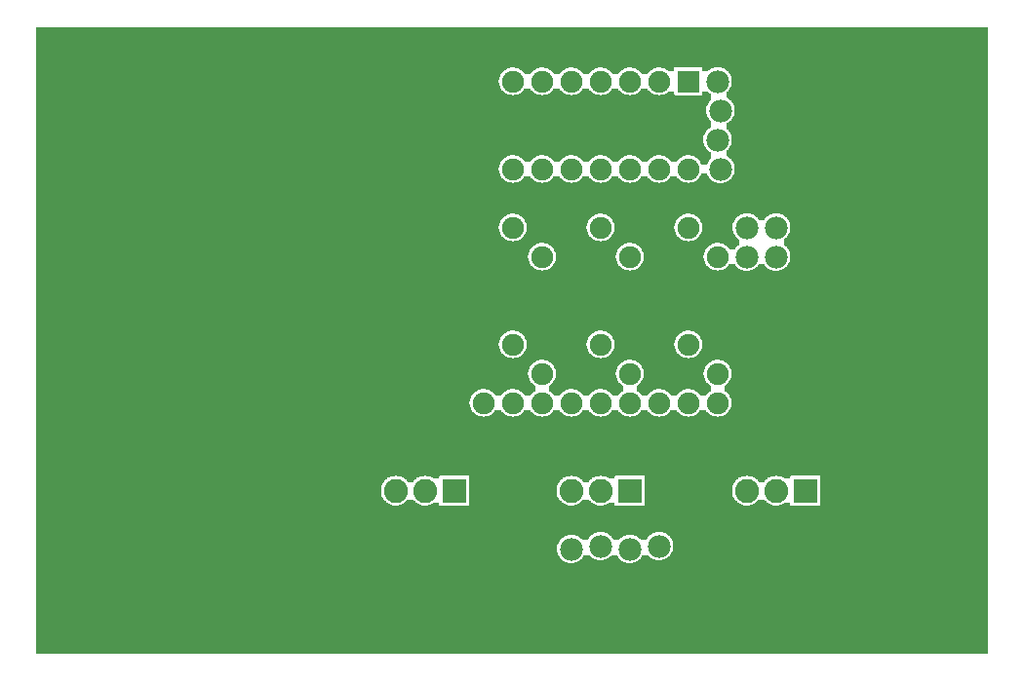
<source format=gtl>
G04 MADE WITH FRITZING*
G04 WWW.FRITZING.ORG*
G04 DOUBLE SIDED*
G04 HOLES PLATED*
G04 CONTOUR ON CENTER OF CONTOUR VECTOR*
%ASAXBY*%
%FSLAX23Y23*%
%MOIN*%
%OFA0B0*%
%SFA1.0B1.0*%
%ADD10C,0.075000*%
%ADD11C,0.078000*%
%ADD12C,0.082000*%
%ADD13R,0.075000X0.075000*%
%ADD14R,0.082000X0.082000*%
%LNCOPPER1*%
G90*
G70*
G54D10*
X123Y2104D03*
G54D11*
X1868Y398D03*
X1968Y408D03*
X2068Y398D03*
X2168Y408D03*
X1868Y398D03*
X1968Y408D03*
X2068Y398D03*
X2168Y408D03*
G54D10*
X2268Y1998D03*
X2268Y1698D03*
X2168Y1998D03*
X2168Y1698D03*
X2068Y1998D03*
X2068Y1698D03*
X1968Y1998D03*
X1968Y1698D03*
X1868Y1998D03*
X1868Y1698D03*
X1768Y1998D03*
X1768Y1698D03*
X1668Y1998D03*
X1668Y1698D03*
G54D11*
X2368Y1998D03*
X2378Y1898D03*
X2368Y1798D03*
X2378Y1698D03*
X2368Y1998D03*
X2378Y1898D03*
X2368Y1798D03*
X2378Y1698D03*
G54D10*
X1768Y898D03*
X1668Y898D03*
X1568Y898D03*
X1768Y898D03*
X1668Y898D03*
X1568Y898D03*
X2068Y898D03*
X1968Y898D03*
X1868Y898D03*
X2068Y898D03*
X1968Y898D03*
X1868Y898D03*
X2368Y898D03*
X2268Y898D03*
X2168Y898D03*
X2368Y898D03*
X2268Y898D03*
X2168Y898D03*
G54D12*
X2068Y598D03*
X1968Y598D03*
X1868Y598D03*
X2068Y598D03*
X1968Y598D03*
X1868Y598D03*
X1468Y598D03*
X1368Y598D03*
X1268Y598D03*
X1468Y598D03*
X1368Y598D03*
X1268Y598D03*
X2668Y598D03*
X2568Y598D03*
X2468Y598D03*
X2668Y598D03*
X2568Y598D03*
X2468Y598D03*
G54D10*
X1768Y998D03*
X1768Y1398D03*
X1768Y998D03*
X1768Y1398D03*
X2068Y998D03*
X2068Y1398D03*
X2068Y998D03*
X2068Y1398D03*
X2368Y998D03*
X2368Y1398D03*
X2368Y998D03*
X2368Y1398D03*
X1968Y1498D03*
X1968Y1098D03*
X1968Y1498D03*
X1968Y1098D03*
X1668Y1498D03*
X1668Y1098D03*
X1668Y1498D03*
X1668Y1098D03*
X2268Y1498D03*
X2268Y1098D03*
X2268Y1498D03*
X2268Y1098D03*
G54D11*
X2568Y1398D03*
X2468Y1398D03*
X2568Y1398D03*
X2468Y1398D03*
X2568Y1498D03*
X2468Y1498D03*
X2568Y1498D03*
X2468Y1498D03*
G54D13*
X2268Y1998D03*
G54D14*
X2068Y598D03*
X2068Y598D03*
X1468Y598D03*
X1468Y598D03*
X2668Y598D03*
X2668Y598D03*
G36*
X40Y2182D02*
X40Y2048D01*
X2372Y2048D01*
X2372Y2046D01*
X2382Y2046D01*
X2382Y2044D01*
X2388Y2044D01*
X2388Y2042D01*
X2392Y2042D01*
X2392Y2040D01*
X2394Y2040D01*
X2394Y2038D01*
X2398Y2038D01*
X2398Y2036D01*
X2400Y2036D01*
X2400Y2034D01*
X2402Y2034D01*
X2402Y2032D01*
X2404Y2032D01*
X2404Y2030D01*
X2406Y2030D01*
X2406Y2028D01*
X2408Y2028D01*
X2408Y2024D01*
X2410Y2024D01*
X2410Y2022D01*
X2412Y2022D01*
X2412Y2018D01*
X2414Y2018D01*
X2414Y2012D01*
X2416Y2012D01*
X2416Y1986D01*
X2414Y1986D01*
X2414Y1980D01*
X2412Y1980D01*
X2412Y1976D01*
X2410Y1976D01*
X2410Y1972D01*
X2408Y1972D01*
X2408Y1970D01*
X2406Y1970D01*
X2406Y1966D01*
X2404Y1966D01*
X2404Y1964D01*
X2402Y1964D01*
X2402Y1962D01*
X2400Y1962D01*
X2400Y1942D01*
X2402Y1942D01*
X2402Y1940D01*
X2404Y1940D01*
X2404Y1938D01*
X2408Y1938D01*
X2408Y1936D01*
X2410Y1936D01*
X2410Y1934D01*
X2412Y1934D01*
X2412Y1932D01*
X2414Y1932D01*
X2414Y1930D01*
X2416Y1930D01*
X2416Y1928D01*
X2418Y1928D01*
X2418Y1924D01*
X2420Y1924D01*
X2420Y1922D01*
X2422Y1922D01*
X2422Y1918D01*
X2424Y1918D01*
X2424Y1912D01*
X2426Y1912D01*
X2426Y1886D01*
X2424Y1886D01*
X2424Y1880D01*
X2422Y1880D01*
X2422Y1876D01*
X2420Y1876D01*
X2420Y1872D01*
X2418Y1872D01*
X2418Y1870D01*
X2416Y1870D01*
X2416Y1866D01*
X2414Y1866D01*
X2414Y1864D01*
X2412Y1864D01*
X2412Y1862D01*
X2410Y1862D01*
X2410Y1860D01*
X2406Y1860D01*
X2406Y1858D01*
X2404Y1858D01*
X2404Y1856D01*
X2400Y1856D01*
X2400Y1834D01*
X2402Y1834D01*
X2402Y1832D01*
X2404Y1832D01*
X2404Y1830D01*
X2406Y1830D01*
X2406Y1828D01*
X2408Y1828D01*
X2408Y1824D01*
X2410Y1824D01*
X2410Y1822D01*
X2412Y1822D01*
X2412Y1818D01*
X2414Y1818D01*
X2414Y1812D01*
X2416Y1812D01*
X2416Y1786D01*
X2414Y1786D01*
X2414Y1780D01*
X2412Y1780D01*
X2412Y1776D01*
X2410Y1776D01*
X2410Y1772D01*
X2408Y1772D01*
X2408Y1770D01*
X2406Y1770D01*
X2406Y1766D01*
X2404Y1766D01*
X2404Y1764D01*
X2402Y1764D01*
X2402Y1762D01*
X2400Y1762D01*
X2400Y1742D01*
X2402Y1742D01*
X2402Y1740D01*
X2404Y1740D01*
X2404Y1738D01*
X2408Y1738D01*
X2408Y1736D01*
X2410Y1736D01*
X2410Y1734D01*
X2412Y1734D01*
X2412Y1732D01*
X2414Y1732D01*
X2414Y1730D01*
X2416Y1730D01*
X2416Y1728D01*
X2418Y1728D01*
X2418Y1724D01*
X2420Y1724D01*
X2420Y1722D01*
X2422Y1722D01*
X2422Y1718D01*
X2424Y1718D01*
X2424Y1712D01*
X2426Y1712D01*
X2426Y1686D01*
X2424Y1686D01*
X2424Y1680D01*
X2422Y1680D01*
X2422Y1676D01*
X2420Y1676D01*
X2420Y1672D01*
X2418Y1672D01*
X2418Y1670D01*
X2416Y1670D01*
X2416Y1666D01*
X2414Y1666D01*
X2414Y1664D01*
X2412Y1664D01*
X2412Y1662D01*
X2410Y1662D01*
X2410Y1660D01*
X2406Y1660D01*
X2406Y1658D01*
X2404Y1658D01*
X2404Y1656D01*
X2400Y1656D01*
X2400Y1654D01*
X2396Y1654D01*
X2396Y1652D01*
X2390Y1652D01*
X2390Y1650D01*
X3292Y1650D01*
X3292Y2182D01*
X40Y2182D01*
G37*
D02*
G36*
X40Y2048D02*
X40Y2046D01*
X2316Y2046D01*
X2316Y2034D01*
X2336Y2034D01*
X2336Y2036D01*
X2338Y2036D01*
X2338Y2038D01*
X2342Y2038D01*
X2342Y2040D01*
X2344Y2040D01*
X2344Y2042D01*
X2348Y2042D01*
X2348Y2044D01*
X2354Y2044D01*
X2354Y2046D01*
X2364Y2046D01*
X2364Y2048D01*
X40Y2048D01*
G37*
D02*
G36*
X40Y2046D02*
X40Y1950D01*
X1664Y1950D01*
X1664Y1952D01*
X1654Y1952D01*
X1654Y1954D01*
X1648Y1954D01*
X1648Y1956D01*
X1644Y1956D01*
X1644Y1958D01*
X1642Y1958D01*
X1642Y1960D01*
X1638Y1960D01*
X1638Y1962D01*
X1636Y1962D01*
X1636Y1964D01*
X1634Y1964D01*
X1634Y1966D01*
X1632Y1966D01*
X1632Y1968D01*
X1630Y1968D01*
X1630Y1972D01*
X1628Y1972D01*
X1628Y1974D01*
X1626Y1974D01*
X1626Y1978D01*
X1624Y1978D01*
X1624Y1984D01*
X1622Y1984D01*
X1622Y1992D01*
X1620Y1992D01*
X1620Y2004D01*
X1622Y2004D01*
X1622Y2012D01*
X1624Y2012D01*
X1624Y2018D01*
X1626Y2018D01*
X1626Y2022D01*
X1628Y2022D01*
X1628Y2026D01*
X1630Y2026D01*
X1630Y2028D01*
X1632Y2028D01*
X1632Y2030D01*
X1634Y2030D01*
X1634Y2032D01*
X1636Y2032D01*
X1636Y2034D01*
X1638Y2034D01*
X1638Y2036D01*
X1640Y2036D01*
X1640Y2038D01*
X1644Y2038D01*
X1644Y2040D01*
X1648Y2040D01*
X1648Y2042D01*
X1652Y2042D01*
X1652Y2044D01*
X1660Y2044D01*
X1660Y2046D01*
X40Y2046D01*
G37*
D02*
G36*
X1676Y2046D02*
X1676Y2044D01*
X1684Y2044D01*
X1684Y2042D01*
X1688Y2042D01*
X1688Y2040D01*
X1692Y2040D01*
X1692Y2038D01*
X1696Y2038D01*
X1696Y2036D01*
X1698Y2036D01*
X1698Y2034D01*
X1700Y2034D01*
X1700Y2032D01*
X1702Y2032D01*
X1702Y2030D01*
X1704Y2030D01*
X1704Y2028D01*
X1706Y2028D01*
X1706Y2026D01*
X1708Y2026D01*
X1708Y2022D01*
X1728Y2022D01*
X1728Y2026D01*
X1730Y2026D01*
X1730Y2028D01*
X1732Y2028D01*
X1732Y2030D01*
X1734Y2030D01*
X1734Y2032D01*
X1736Y2032D01*
X1736Y2034D01*
X1738Y2034D01*
X1738Y2036D01*
X1740Y2036D01*
X1740Y2038D01*
X1744Y2038D01*
X1744Y2040D01*
X1748Y2040D01*
X1748Y2042D01*
X1752Y2042D01*
X1752Y2044D01*
X1760Y2044D01*
X1760Y2046D01*
X1676Y2046D01*
G37*
D02*
G36*
X1776Y2046D02*
X1776Y2044D01*
X1784Y2044D01*
X1784Y2042D01*
X1788Y2042D01*
X1788Y2040D01*
X1792Y2040D01*
X1792Y2038D01*
X1796Y2038D01*
X1796Y2036D01*
X1798Y2036D01*
X1798Y2034D01*
X1800Y2034D01*
X1800Y2032D01*
X1802Y2032D01*
X1802Y2030D01*
X1804Y2030D01*
X1804Y2028D01*
X1806Y2028D01*
X1806Y2026D01*
X1808Y2026D01*
X1808Y2022D01*
X1828Y2022D01*
X1828Y2026D01*
X1830Y2026D01*
X1830Y2028D01*
X1832Y2028D01*
X1832Y2030D01*
X1834Y2030D01*
X1834Y2032D01*
X1836Y2032D01*
X1836Y2034D01*
X1838Y2034D01*
X1838Y2036D01*
X1840Y2036D01*
X1840Y2038D01*
X1844Y2038D01*
X1844Y2040D01*
X1848Y2040D01*
X1848Y2042D01*
X1852Y2042D01*
X1852Y2044D01*
X1860Y2044D01*
X1860Y2046D01*
X1776Y2046D01*
G37*
D02*
G36*
X1876Y2046D02*
X1876Y2044D01*
X1884Y2044D01*
X1884Y2042D01*
X1888Y2042D01*
X1888Y2040D01*
X1892Y2040D01*
X1892Y2038D01*
X1896Y2038D01*
X1896Y2036D01*
X1898Y2036D01*
X1898Y2034D01*
X1900Y2034D01*
X1900Y2032D01*
X1902Y2032D01*
X1902Y2030D01*
X1904Y2030D01*
X1904Y2028D01*
X1906Y2028D01*
X1906Y2026D01*
X1908Y2026D01*
X1908Y2022D01*
X1928Y2022D01*
X1928Y2026D01*
X1930Y2026D01*
X1930Y2028D01*
X1932Y2028D01*
X1932Y2030D01*
X1934Y2030D01*
X1934Y2032D01*
X1936Y2032D01*
X1936Y2034D01*
X1938Y2034D01*
X1938Y2036D01*
X1940Y2036D01*
X1940Y2038D01*
X1944Y2038D01*
X1944Y2040D01*
X1948Y2040D01*
X1948Y2042D01*
X1952Y2042D01*
X1952Y2044D01*
X1960Y2044D01*
X1960Y2046D01*
X1876Y2046D01*
G37*
D02*
G36*
X1976Y2046D02*
X1976Y2044D01*
X1984Y2044D01*
X1984Y2042D01*
X1988Y2042D01*
X1988Y2040D01*
X1992Y2040D01*
X1992Y2038D01*
X1996Y2038D01*
X1996Y2036D01*
X1998Y2036D01*
X1998Y2034D01*
X2000Y2034D01*
X2000Y2032D01*
X2002Y2032D01*
X2002Y2030D01*
X2004Y2030D01*
X2004Y2028D01*
X2006Y2028D01*
X2006Y2026D01*
X2008Y2026D01*
X2008Y2022D01*
X2028Y2022D01*
X2028Y2026D01*
X2030Y2026D01*
X2030Y2028D01*
X2032Y2028D01*
X2032Y2030D01*
X2034Y2030D01*
X2034Y2032D01*
X2036Y2032D01*
X2036Y2034D01*
X2038Y2034D01*
X2038Y2036D01*
X2040Y2036D01*
X2040Y2038D01*
X2044Y2038D01*
X2044Y2040D01*
X2048Y2040D01*
X2048Y2042D01*
X2052Y2042D01*
X2052Y2044D01*
X2060Y2044D01*
X2060Y2046D01*
X1976Y2046D01*
G37*
D02*
G36*
X2076Y2046D02*
X2076Y2044D01*
X2084Y2044D01*
X2084Y2042D01*
X2088Y2042D01*
X2088Y2040D01*
X2092Y2040D01*
X2092Y2038D01*
X2096Y2038D01*
X2096Y2036D01*
X2098Y2036D01*
X2098Y2034D01*
X2100Y2034D01*
X2100Y2032D01*
X2102Y2032D01*
X2102Y2030D01*
X2104Y2030D01*
X2104Y2028D01*
X2106Y2028D01*
X2106Y2026D01*
X2108Y2026D01*
X2108Y2022D01*
X2128Y2022D01*
X2128Y2026D01*
X2130Y2026D01*
X2130Y2028D01*
X2132Y2028D01*
X2132Y2030D01*
X2134Y2030D01*
X2134Y2032D01*
X2136Y2032D01*
X2136Y2034D01*
X2138Y2034D01*
X2138Y2036D01*
X2140Y2036D01*
X2140Y2038D01*
X2144Y2038D01*
X2144Y2040D01*
X2148Y2040D01*
X2148Y2042D01*
X2152Y2042D01*
X2152Y2044D01*
X2160Y2044D01*
X2160Y2046D01*
X2076Y2046D01*
G37*
D02*
G36*
X2176Y2046D02*
X2176Y2044D01*
X2184Y2044D01*
X2184Y2042D01*
X2188Y2042D01*
X2188Y2040D01*
X2192Y2040D01*
X2192Y2038D01*
X2196Y2038D01*
X2196Y2036D01*
X2198Y2036D01*
X2198Y2034D01*
X2200Y2034D01*
X2200Y2032D01*
X2220Y2032D01*
X2220Y2046D01*
X2176Y2046D01*
G37*
D02*
G36*
X1708Y1974D02*
X1708Y1972D01*
X1706Y1972D01*
X1706Y1968D01*
X1704Y1968D01*
X1704Y1966D01*
X1702Y1966D01*
X1702Y1964D01*
X1700Y1964D01*
X1700Y1962D01*
X1698Y1962D01*
X1698Y1960D01*
X1694Y1960D01*
X1694Y1958D01*
X1690Y1958D01*
X1690Y1956D01*
X1688Y1956D01*
X1688Y1954D01*
X1682Y1954D01*
X1682Y1952D01*
X1672Y1952D01*
X1672Y1950D01*
X1764Y1950D01*
X1764Y1952D01*
X1754Y1952D01*
X1754Y1954D01*
X1748Y1954D01*
X1748Y1956D01*
X1744Y1956D01*
X1744Y1958D01*
X1742Y1958D01*
X1742Y1960D01*
X1738Y1960D01*
X1738Y1962D01*
X1736Y1962D01*
X1736Y1964D01*
X1734Y1964D01*
X1734Y1966D01*
X1732Y1966D01*
X1732Y1968D01*
X1730Y1968D01*
X1730Y1972D01*
X1728Y1972D01*
X1728Y1974D01*
X1708Y1974D01*
G37*
D02*
G36*
X1808Y1974D02*
X1808Y1972D01*
X1806Y1972D01*
X1806Y1968D01*
X1804Y1968D01*
X1804Y1966D01*
X1802Y1966D01*
X1802Y1964D01*
X1800Y1964D01*
X1800Y1962D01*
X1798Y1962D01*
X1798Y1960D01*
X1794Y1960D01*
X1794Y1958D01*
X1790Y1958D01*
X1790Y1956D01*
X1788Y1956D01*
X1788Y1954D01*
X1782Y1954D01*
X1782Y1952D01*
X1772Y1952D01*
X1772Y1950D01*
X1864Y1950D01*
X1864Y1952D01*
X1854Y1952D01*
X1854Y1954D01*
X1848Y1954D01*
X1848Y1956D01*
X1844Y1956D01*
X1844Y1958D01*
X1842Y1958D01*
X1842Y1960D01*
X1838Y1960D01*
X1838Y1962D01*
X1836Y1962D01*
X1836Y1964D01*
X1834Y1964D01*
X1834Y1966D01*
X1832Y1966D01*
X1832Y1968D01*
X1830Y1968D01*
X1830Y1972D01*
X1828Y1972D01*
X1828Y1974D01*
X1808Y1974D01*
G37*
D02*
G36*
X1908Y1974D02*
X1908Y1972D01*
X1906Y1972D01*
X1906Y1968D01*
X1904Y1968D01*
X1904Y1966D01*
X1902Y1966D01*
X1902Y1964D01*
X1900Y1964D01*
X1900Y1962D01*
X1898Y1962D01*
X1898Y1960D01*
X1894Y1960D01*
X1894Y1958D01*
X1890Y1958D01*
X1890Y1956D01*
X1888Y1956D01*
X1888Y1954D01*
X1882Y1954D01*
X1882Y1952D01*
X1872Y1952D01*
X1872Y1950D01*
X1964Y1950D01*
X1964Y1952D01*
X1954Y1952D01*
X1954Y1954D01*
X1948Y1954D01*
X1948Y1956D01*
X1944Y1956D01*
X1944Y1958D01*
X1942Y1958D01*
X1942Y1960D01*
X1938Y1960D01*
X1938Y1962D01*
X1936Y1962D01*
X1936Y1964D01*
X1934Y1964D01*
X1934Y1966D01*
X1932Y1966D01*
X1932Y1968D01*
X1930Y1968D01*
X1930Y1972D01*
X1928Y1972D01*
X1928Y1974D01*
X1908Y1974D01*
G37*
D02*
G36*
X2008Y1974D02*
X2008Y1972D01*
X2006Y1972D01*
X2006Y1968D01*
X2004Y1968D01*
X2004Y1966D01*
X2002Y1966D01*
X2002Y1964D01*
X2000Y1964D01*
X2000Y1962D01*
X1998Y1962D01*
X1998Y1960D01*
X1994Y1960D01*
X1994Y1958D01*
X1990Y1958D01*
X1990Y1956D01*
X1988Y1956D01*
X1988Y1954D01*
X1982Y1954D01*
X1982Y1952D01*
X1972Y1952D01*
X1972Y1950D01*
X2064Y1950D01*
X2064Y1952D01*
X2054Y1952D01*
X2054Y1954D01*
X2048Y1954D01*
X2048Y1956D01*
X2044Y1956D01*
X2044Y1958D01*
X2042Y1958D01*
X2042Y1960D01*
X2038Y1960D01*
X2038Y1962D01*
X2036Y1962D01*
X2036Y1964D01*
X2034Y1964D01*
X2034Y1966D01*
X2032Y1966D01*
X2032Y1968D01*
X2030Y1968D01*
X2030Y1972D01*
X2028Y1972D01*
X2028Y1974D01*
X2008Y1974D01*
G37*
D02*
G36*
X2108Y1974D02*
X2108Y1972D01*
X2106Y1972D01*
X2106Y1968D01*
X2104Y1968D01*
X2104Y1966D01*
X2102Y1966D01*
X2102Y1964D01*
X2100Y1964D01*
X2100Y1962D01*
X2098Y1962D01*
X2098Y1960D01*
X2094Y1960D01*
X2094Y1958D01*
X2090Y1958D01*
X2090Y1956D01*
X2088Y1956D01*
X2088Y1954D01*
X2082Y1954D01*
X2082Y1952D01*
X2072Y1952D01*
X2072Y1950D01*
X2164Y1950D01*
X2164Y1952D01*
X2154Y1952D01*
X2154Y1954D01*
X2148Y1954D01*
X2148Y1956D01*
X2144Y1956D01*
X2144Y1958D01*
X2142Y1958D01*
X2142Y1960D01*
X2138Y1960D01*
X2138Y1962D01*
X2136Y1962D01*
X2136Y1964D01*
X2134Y1964D01*
X2134Y1966D01*
X2132Y1966D01*
X2132Y1968D01*
X2130Y1968D01*
X2130Y1972D01*
X2128Y1972D01*
X2128Y1974D01*
X2108Y1974D01*
G37*
D02*
G36*
X2200Y1964D02*
X2200Y1962D01*
X2198Y1962D01*
X2198Y1960D01*
X2194Y1960D01*
X2194Y1958D01*
X2190Y1958D01*
X2190Y1956D01*
X2188Y1956D01*
X2188Y1954D01*
X2182Y1954D01*
X2182Y1952D01*
X2172Y1952D01*
X2172Y1950D01*
X2222Y1950D01*
X2222Y1952D01*
X2220Y1952D01*
X2220Y1964D01*
X2200Y1964D01*
G37*
D02*
G36*
X2316Y1962D02*
X2316Y1952D01*
X2314Y1952D01*
X2314Y1950D01*
X2346Y1950D01*
X2346Y1956D01*
X2342Y1956D01*
X2342Y1958D01*
X2340Y1958D01*
X2340Y1960D01*
X2336Y1960D01*
X2336Y1962D01*
X2316Y1962D01*
G37*
D02*
G36*
X40Y1950D02*
X40Y1948D01*
X2346Y1948D01*
X2346Y1950D01*
X40Y1950D01*
G37*
D02*
G36*
X40Y1950D02*
X40Y1948D01*
X2346Y1948D01*
X2346Y1950D01*
X40Y1950D01*
G37*
D02*
G36*
X40Y1950D02*
X40Y1948D01*
X2346Y1948D01*
X2346Y1950D01*
X40Y1950D01*
G37*
D02*
G36*
X40Y1950D02*
X40Y1948D01*
X2346Y1948D01*
X2346Y1950D01*
X40Y1950D01*
G37*
D02*
G36*
X40Y1950D02*
X40Y1948D01*
X2346Y1948D01*
X2346Y1950D01*
X40Y1950D01*
G37*
D02*
G36*
X40Y1950D02*
X40Y1948D01*
X2346Y1948D01*
X2346Y1950D01*
X40Y1950D01*
G37*
D02*
G36*
X40Y1950D02*
X40Y1948D01*
X2346Y1948D01*
X2346Y1950D01*
X40Y1950D01*
G37*
D02*
G36*
X40Y1950D02*
X40Y1948D01*
X2346Y1948D01*
X2346Y1950D01*
X40Y1950D01*
G37*
D02*
G36*
X40Y1948D02*
X40Y1746D01*
X2276Y1746D01*
X2276Y1744D01*
X2284Y1744D01*
X2284Y1742D01*
X2288Y1742D01*
X2288Y1740D01*
X2292Y1740D01*
X2292Y1738D01*
X2296Y1738D01*
X2296Y1736D01*
X2298Y1736D01*
X2298Y1734D01*
X2300Y1734D01*
X2300Y1732D01*
X2302Y1732D01*
X2302Y1730D01*
X2304Y1730D01*
X2304Y1728D01*
X2306Y1728D01*
X2306Y1726D01*
X2308Y1726D01*
X2308Y1722D01*
X2310Y1722D01*
X2310Y1718D01*
X2312Y1718D01*
X2312Y1712D01*
X2332Y1712D01*
X2332Y1718D01*
X2334Y1718D01*
X2334Y1722D01*
X2336Y1722D01*
X2336Y1724D01*
X2338Y1724D01*
X2338Y1728D01*
X2340Y1728D01*
X2340Y1730D01*
X2342Y1730D01*
X2342Y1732D01*
X2344Y1732D01*
X2344Y1734D01*
X2346Y1734D01*
X2346Y1756D01*
X2342Y1756D01*
X2342Y1758D01*
X2340Y1758D01*
X2340Y1760D01*
X2336Y1760D01*
X2336Y1762D01*
X2334Y1762D01*
X2334Y1764D01*
X2332Y1764D01*
X2332Y1766D01*
X2330Y1766D01*
X2330Y1768D01*
X2328Y1768D01*
X2328Y1772D01*
X2326Y1772D01*
X2326Y1776D01*
X2324Y1776D01*
X2324Y1778D01*
X2322Y1778D01*
X2322Y1786D01*
X2320Y1786D01*
X2320Y1812D01*
X2322Y1812D01*
X2322Y1818D01*
X2324Y1818D01*
X2324Y1822D01*
X2326Y1822D01*
X2326Y1824D01*
X2328Y1824D01*
X2328Y1828D01*
X2330Y1828D01*
X2330Y1830D01*
X2332Y1830D01*
X2332Y1832D01*
X2334Y1832D01*
X2334Y1834D01*
X2336Y1834D01*
X2336Y1836D01*
X2338Y1836D01*
X2338Y1838D01*
X2342Y1838D01*
X2342Y1840D01*
X2344Y1840D01*
X2344Y1842D01*
X2346Y1842D01*
X2346Y1862D01*
X2344Y1862D01*
X2344Y1864D01*
X2342Y1864D01*
X2342Y1866D01*
X2340Y1866D01*
X2340Y1868D01*
X2338Y1868D01*
X2338Y1872D01*
X2336Y1872D01*
X2336Y1876D01*
X2334Y1876D01*
X2334Y1878D01*
X2332Y1878D01*
X2332Y1886D01*
X2330Y1886D01*
X2330Y1912D01*
X2332Y1912D01*
X2332Y1918D01*
X2334Y1918D01*
X2334Y1922D01*
X2336Y1922D01*
X2336Y1924D01*
X2338Y1924D01*
X2338Y1928D01*
X2340Y1928D01*
X2340Y1930D01*
X2342Y1930D01*
X2342Y1932D01*
X2344Y1932D01*
X2344Y1934D01*
X2346Y1934D01*
X2346Y1948D01*
X40Y1948D01*
G37*
D02*
G36*
X40Y1746D02*
X40Y1650D01*
X1664Y1650D01*
X1664Y1652D01*
X1654Y1652D01*
X1654Y1654D01*
X1648Y1654D01*
X1648Y1656D01*
X1644Y1656D01*
X1644Y1658D01*
X1642Y1658D01*
X1642Y1660D01*
X1638Y1660D01*
X1638Y1662D01*
X1636Y1662D01*
X1636Y1664D01*
X1634Y1664D01*
X1634Y1666D01*
X1632Y1666D01*
X1632Y1668D01*
X1630Y1668D01*
X1630Y1672D01*
X1628Y1672D01*
X1628Y1674D01*
X1626Y1674D01*
X1626Y1678D01*
X1624Y1678D01*
X1624Y1684D01*
X1622Y1684D01*
X1622Y1692D01*
X1620Y1692D01*
X1620Y1704D01*
X1622Y1704D01*
X1622Y1712D01*
X1624Y1712D01*
X1624Y1718D01*
X1626Y1718D01*
X1626Y1722D01*
X1628Y1722D01*
X1628Y1726D01*
X1630Y1726D01*
X1630Y1728D01*
X1632Y1728D01*
X1632Y1730D01*
X1634Y1730D01*
X1634Y1732D01*
X1636Y1732D01*
X1636Y1734D01*
X1638Y1734D01*
X1638Y1736D01*
X1640Y1736D01*
X1640Y1738D01*
X1644Y1738D01*
X1644Y1740D01*
X1648Y1740D01*
X1648Y1742D01*
X1652Y1742D01*
X1652Y1744D01*
X1660Y1744D01*
X1660Y1746D01*
X40Y1746D01*
G37*
D02*
G36*
X1676Y1746D02*
X1676Y1744D01*
X1684Y1744D01*
X1684Y1742D01*
X1688Y1742D01*
X1688Y1740D01*
X1692Y1740D01*
X1692Y1738D01*
X1696Y1738D01*
X1696Y1736D01*
X1698Y1736D01*
X1698Y1734D01*
X1700Y1734D01*
X1700Y1732D01*
X1702Y1732D01*
X1702Y1730D01*
X1704Y1730D01*
X1704Y1728D01*
X1706Y1728D01*
X1706Y1726D01*
X1708Y1726D01*
X1708Y1722D01*
X1728Y1722D01*
X1728Y1726D01*
X1730Y1726D01*
X1730Y1728D01*
X1732Y1728D01*
X1732Y1730D01*
X1734Y1730D01*
X1734Y1732D01*
X1736Y1732D01*
X1736Y1734D01*
X1738Y1734D01*
X1738Y1736D01*
X1740Y1736D01*
X1740Y1738D01*
X1744Y1738D01*
X1744Y1740D01*
X1748Y1740D01*
X1748Y1742D01*
X1752Y1742D01*
X1752Y1744D01*
X1760Y1744D01*
X1760Y1746D01*
X1676Y1746D01*
G37*
D02*
G36*
X1776Y1746D02*
X1776Y1744D01*
X1784Y1744D01*
X1784Y1742D01*
X1788Y1742D01*
X1788Y1740D01*
X1792Y1740D01*
X1792Y1738D01*
X1796Y1738D01*
X1796Y1736D01*
X1798Y1736D01*
X1798Y1734D01*
X1800Y1734D01*
X1800Y1732D01*
X1802Y1732D01*
X1802Y1730D01*
X1804Y1730D01*
X1804Y1728D01*
X1806Y1728D01*
X1806Y1726D01*
X1808Y1726D01*
X1808Y1722D01*
X1828Y1722D01*
X1828Y1726D01*
X1830Y1726D01*
X1830Y1728D01*
X1832Y1728D01*
X1832Y1730D01*
X1834Y1730D01*
X1834Y1732D01*
X1836Y1732D01*
X1836Y1734D01*
X1838Y1734D01*
X1838Y1736D01*
X1840Y1736D01*
X1840Y1738D01*
X1844Y1738D01*
X1844Y1740D01*
X1848Y1740D01*
X1848Y1742D01*
X1852Y1742D01*
X1852Y1744D01*
X1860Y1744D01*
X1860Y1746D01*
X1776Y1746D01*
G37*
D02*
G36*
X1876Y1746D02*
X1876Y1744D01*
X1884Y1744D01*
X1884Y1742D01*
X1888Y1742D01*
X1888Y1740D01*
X1892Y1740D01*
X1892Y1738D01*
X1896Y1738D01*
X1896Y1736D01*
X1898Y1736D01*
X1898Y1734D01*
X1900Y1734D01*
X1900Y1732D01*
X1902Y1732D01*
X1902Y1730D01*
X1904Y1730D01*
X1904Y1728D01*
X1906Y1728D01*
X1906Y1726D01*
X1908Y1726D01*
X1908Y1722D01*
X1928Y1722D01*
X1928Y1726D01*
X1930Y1726D01*
X1930Y1728D01*
X1932Y1728D01*
X1932Y1730D01*
X1934Y1730D01*
X1934Y1732D01*
X1936Y1732D01*
X1936Y1734D01*
X1938Y1734D01*
X1938Y1736D01*
X1940Y1736D01*
X1940Y1738D01*
X1944Y1738D01*
X1944Y1740D01*
X1948Y1740D01*
X1948Y1742D01*
X1952Y1742D01*
X1952Y1744D01*
X1960Y1744D01*
X1960Y1746D01*
X1876Y1746D01*
G37*
D02*
G36*
X1976Y1746D02*
X1976Y1744D01*
X1984Y1744D01*
X1984Y1742D01*
X1988Y1742D01*
X1988Y1740D01*
X1992Y1740D01*
X1992Y1738D01*
X1996Y1738D01*
X1996Y1736D01*
X1998Y1736D01*
X1998Y1734D01*
X2000Y1734D01*
X2000Y1732D01*
X2002Y1732D01*
X2002Y1730D01*
X2004Y1730D01*
X2004Y1728D01*
X2006Y1728D01*
X2006Y1726D01*
X2008Y1726D01*
X2008Y1722D01*
X2028Y1722D01*
X2028Y1726D01*
X2030Y1726D01*
X2030Y1728D01*
X2032Y1728D01*
X2032Y1730D01*
X2034Y1730D01*
X2034Y1732D01*
X2036Y1732D01*
X2036Y1734D01*
X2038Y1734D01*
X2038Y1736D01*
X2040Y1736D01*
X2040Y1738D01*
X2044Y1738D01*
X2044Y1740D01*
X2048Y1740D01*
X2048Y1742D01*
X2052Y1742D01*
X2052Y1744D01*
X2060Y1744D01*
X2060Y1746D01*
X1976Y1746D01*
G37*
D02*
G36*
X2076Y1746D02*
X2076Y1744D01*
X2084Y1744D01*
X2084Y1742D01*
X2088Y1742D01*
X2088Y1740D01*
X2092Y1740D01*
X2092Y1738D01*
X2096Y1738D01*
X2096Y1736D01*
X2098Y1736D01*
X2098Y1734D01*
X2100Y1734D01*
X2100Y1732D01*
X2102Y1732D01*
X2102Y1730D01*
X2104Y1730D01*
X2104Y1728D01*
X2106Y1728D01*
X2106Y1726D01*
X2108Y1726D01*
X2108Y1722D01*
X2128Y1722D01*
X2128Y1726D01*
X2130Y1726D01*
X2130Y1728D01*
X2132Y1728D01*
X2132Y1730D01*
X2134Y1730D01*
X2134Y1732D01*
X2136Y1732D01*
X2136Y1734D01*
X2138Y1734D01*
X2138Y1736D01*
X2140Y1736D01*
X2140Y1738D01*
X2144Y1738D01*
X2144Y1740D01*
X2148Y1740D01*
X2148Y1742D01*
X2152Y1742D01*
X2152Y1744D01*
X2160Y1744D01*
X2160Y1746D01*
X2076Y1746D01*
G37*
D02*
G36*
X2176Y1746D02*
X2176Y1744D01*
X2184Y1744D01*
X2184Y1742D01*
X2188Y1742D01*
X2188Y1740D01*
X2192Y1740D01*
X2192Y1738D01*
X2196Y1738D01*
X2196Y1736D01*
X2198Y1736D01*
X2198Y1734D01*
X2200Y1734D01*
X2200Y1732D01*
X2202Y1732D01*
X2202Y1730D01*
X2204Y1730D01*
X2204Y1728D01*
X2206Y1728D01*
X2206Y1726D01*
X2208Y1726D01*
X2208Y1722D01*
X2228Y1722D01*
X2228Y1726D01*
X2230Y1726D01*
X2230Y1728D01*
X2232Y1728D01*
X2232Y1730D01*
X2234Y1730D01*
X2234Y1732D01*
X2236Y1732D01*
X2236Y1734D01*
X2238Y1734D01*
X2238Y1736D01*
X2240Y1736D01*
X2240Y1738D01*
X2244Y1738D01*
X2244Y1740D01*
X2248Y1740D01*
X2248Y1742D01*
X2252Y1742D01*
X2252Y1744D01*
X2260Y1744D01*
X2260Y1746D01*
X2176Y1746D01*
G37*
D02*
G36*
X2312Y1684D02*
X2312Y1678D01*
X2310Y1678D01*
X2310Y1674D01*
X2308Y1674D01*
X2308Y1672D01*
X2306Y1672D01*
X2306Y1668D01*
X2304Y1668D01*
X2304Y1666D01*
X2302Y1666D01*
X2302Y1664D01*
X2300Y1664D01*
X2300Y1662D01*
X2298Y1662D01*
X2298Y1660D01*
X2294Y1660D01*
X2294Y1658D01*
X2290Y1658D01*
X2290Y1656D01*
X2288Y1656D01*
X2288Y1654D01*
X2282Y1654D01*
X2282Y1652D01*
X2272Y1652D01*
X2272Y1650D01*
X2366Y1650D01*
X2366Y1652D01*
X2360Y1652D01*
X2360Y1654D01*
X2356Y1654D01*
X2356Y1656D01*
X2352Y1656D01*
X2352Y1658D01*
X2350Y1658D01*
X2350Y1660D01*
X2346Y1660D01*
X2346Y1662D01*
X2344Y1662D01*
X2344Y1664D01*
X2342Y1664D01*
X2342Y1666D01*
X2340Y1666D01*
X2340Y1668D01*
X2338Y1668D01*
X2338Y1672D01*
X2336Y1672D01*
X2336Y1676D01*
X2334Y1676D01*
X2334Y1678D01*
X2332Y1678D01*
X2332Y1684D01*
X2312Y1684D01*
G37*
D02*
G36*
X1708Y1674D02*
X1708Y1672D01*
X1706Y1672D01*
X1706Y1668D01*
X1704Y1668D01*
X1704Y1666D01*
X1702Y1666D01*
X1702Y1664D01*
X1700Y1664D01*
X1700Y1662D01*
X1698Y1662D01*
X1698Y1660D01*
X1694Y1660D01*
X1694Y1658D01*
X1690Y1658D01*
X1690Y1656D01*
X1688Y1656D01*
X1688Y1654D01*
X1682Y1654D01*
X1682Y1652D01*
X1672Y1652D01*
X1672Y1650D01*
X1764Y1650D01*
X1764Y1652D01*
X1754Y1652D01*
X1754Y1654D01*
X1748Y1654D01*
X1748Y1656D01*
X1744Y1656D01*
X1744Y1658D01*
X1742Y1658D01*
X1742Y1660D01*
X1738Y1660D01*
X1738Y1662D01*
X1736Y1662D01*
X1736Y1664D01*
X1734Y1664D01*
X1734Y1666D01*
X1732Y1666D01*
X1732Y1668D01*
X1730Y1668D01*
X1730Y1672D01*
X1728Y1672D01*
X1728Y1674D01*
X1708Y1674D01*
G37*
D02*
G36*
X1808Y1674D02*
X1808Y1672D01*
X1806Y1672D01*
X1806Y1668D01*
X1804Y1668D01*
X1804Y1666D01*
X1802Y1666D01*
X1802Y1664D01*
X1800Y1664D01*
X1800Y1662D01*
X1798Y1662D01*
X1798Y1660D01*
X1794Y1660D01*
X1794Y1658D01*
X1790Y1658D01*
X1790Y1656D01*
X1788Y1656D01*
X1788Y1654D01*
X1782Y1654D01*
X1782Y1652D01*
X1772Y1652D01*
X1772Y1650D01*
X1864Y1650D01*
X1864Y1652D01*
X1854Y1652D01*
X1854Y1654D01*
X1848Y1654D01*
X1848Y1656D01*
X1844Y1656D01*
X1844Y1658D01*
X1842Y1658D01*
X1842Y1660D01*
X1838Y1660D01*
X1838Y1662D01*
X1836Y1662D01*
X1836Y1664D01*
X1834Y1664D01*
X1834Y1666D01*
X1832Y1666D01*
X1832Y1668D01*
X1830Y1668D01*
X1830Y1672D01*
X1828Y1672D01*
X1828Y1674D01*
X1808Y1674D01*
G37*
D02*
G36*
X1908Y1674D02*
X1908Y1672D01*
X1906Y1672D01*
X1906Y1668D01*
X1904Y1668D01*
X1904Y1666D01*
X1902Y1666D01*
X1902Y1664D01*
X1900Y1664D01*
X1900Y1662D01*
X1898Y1662D01*
X1898Y1660D01*
X1894Y1660D01*
X1894Y1658D01*
X1890Y1658D01*
X1890Y1656D01*
X1888Y1656D01*
X1888Y1654D01*
X1882Y1654D01*
X1882Y1652D01*
X1872Y1652D01*
X1872Y1650D01*
X1964Y1650D01*
X1964Y1652D01*
X1954Y1652D01*
X1954Y1654D01*
X1948Y1654D01*
X1948Y1656D01*
X1944Y1656D01*
X1944Y1658D01*
X1942Y1658D01*
X1942Y1660D01*
X1938Y1660D01*
X1938Y1662D01*
X1936Y1662D01*
X1936Y1664D01*
X1934Y1664D01*
X1934Y1666D01*
X1932Y1666D01*
X1932Y1668D01*
X1930Y1668D01*
X1930Y1672D01*
X1928Y1672D01*
X1928Y1674D01*
X1908Y1674D01*
G37*
D02*
G36*
X2008Y1674D02*
X2008Y1672D01*
X2006Y1672D01*
X2006Y1668D01*
X2004Y1668D01*
X2004Y1666D01*
X2002Y1666D01*
X2002Y1664D01*
X2000Y1664D01*
X2000Y1662D01*
X1998Y1662D01*
X1998Y1660D01*
X1994Y1660D01*
X1994Y1658D01*
X1990Y1658D01*
X1990Y1656D01*
X1988Y1656D01*
X1988Y1654D01*
X1982Y1654D01*
X1982Y1652D01*
X1972Y1652D01*
X1972Y1650D01*
X2064Y1650D01*
X2064Y1652D01*
X2054Y1652D01*
X2054Y1654D01*
X2048Y1654D01*
X2048Y1656D01*
X2044Y1656D01*
X2044Y1658D01*
X2042Y1658D01*
X2042Y1660D01*
X2038Y1660D01*
X2038Y1662D01*
X2036Y1662D01*
X2036Y1664D01*
X2034Y1664D01*
X2034Y1666D01*
X2032Y1666D01*
X2032Y1668D01*
X2030Y1668D01*
X2030Y1672D01*
X2028Y1672D01*
X2028Y1674D01*
X2008Y1674D01*
G37*
D02*
G36*
X2108Y1674D02*
X2108Y1672D01*
X2106Y1672D01*
X2106Y1668D01*
X2104Y1668D01*
X2104Y1666D01*
X2102Y1666D01*
X2102Y1664D01*
X2100Y1664D01*
X2100Y1662D01*
X2098Y1662D01*
X2098Y1660D01*
X2094Y1660D01*
X2094Y1658D01*
X2090Y1658D01*
X2090Y1656D01*
X2088Y1656D01*
X2088Y1654D01*
X2082Y1654D01*
X2082Y1652D01*
X2072Y1652D01*
X2072Y1650D01*
X2164Y1650D01*
X2164Y1652D01*
X2154Y1652D01*
X2154Y1654D01*
X2148Y1654D01*
X2148Y1656D01*
X2144Y1656D01*
X2144Y1658D01*
X2142Y1658D01*
X2142Y1660D01*
X2138Y1660D01*
X2138Y1662D01*
X2136Y1662D01*
X2136Y1664D01*
X2134Y1664D01*
X2134Y1666D01*
X2132Y1666D01*
X2132Y1668D01*
X2130Y1668D01*
X2130Y1672D01*
X2128Y1672D01*
X2128Y1674D01*
X2108Y1674D01*
G37*
D02*
G36*
X2208Y1674D02*
X2208Y1672D01*
X2206Y1672D01*
X2206Y1668D01*
X2204Y1668D01*
X2204Y1666D01*
X2202Y1666D01*
X2202Y1664D01*
X2200Y1664D01*
X2200Y1662D01*
X2198Y1662D01*
X2198Y1660D01*
X2194Y1660D01*
X2194Y1658D01*
X2190Y1658D01*
X2190Y1656D01*
X2188Y1656D01*
X2188Y1654D01*
X2182Y1654D01*
X2182Y1652D01*
X2172Y1652D01*
X2172Y1650D01*
X2264Y1650D01*
X2264Y1652D01*
X2254Y1652D01*
X2254Y1654D01*
X2248Y1654D01*
X2248Y1656D01*
X2244Y1656D01*
X2244Y1658D01*
X2242Y1658D01*
X2242Y1660D01*
X2238Y1660D01*
X2238Y1662D01*
X2236Y1662D01*
X2236Y1664D01*
X2234Y1664D01*
X2234Y1666D01*
X2232Y1666D01*
X2232Y1668D01*
X2230Y1668D01*
X2230Y1672D01*
X2228Y1672D01*
X2228Y1674D01*
X2208Y1674D01*
G37*
D02*
G36*
X40Y1650D02*
X40Y1648D01*
X3292Y1648D01*
X3292Y1650D01*
X40Y1650D01*
G37*
D02*
G36*
X40Y1650D02*
X40Y1648D01*
X3292Y1648D01*
X3292Y1650D01*
X40Y1650D01*
G37*
D02*
G36*
X40Y1650D02*
X40Y1648D01*
X3292Y1648D01*
X3292Y1650D01*
X40Y1650D01*
G37*
D02*
G36*
X40Y1650D02*
X40Y1648D01*
X3292Y1648D01*
X3292Y1650D01*
X40Y1650D01*
G37*
D02*
G36*
X40Y1650D02*
X40Y1648D01*
X3292Y1648D01*
X3292Y1650D01*
X40Y1650D01*
G37*
D02*
G36*
X40Y1650D02*
X40Y1648D01*
X3292Y1648D01*
X3292Y1650D01*
X40Y1650D01*
G37*
D02*
G36*
X40Y1650D02*
X40Y1648D01*
X3292Y1648D01*
X3292Y1650D01*
X40Y1650D01*
G37*
D02*
G36*
X40Y1650D02*
X40Y1648D01*
X3292Y1648D01*
X3292Y1650D01*
X40Y1650D01*
G37*
D02*
G36*
X40Y1650D02*
X40Y1648D01*
X3292Y1648D01*
X3292Y1650D01*
X40Y1650D01*
G37*
D02*
G36*
X40Y1648D02*
X40Y1548D01*
X2572Y1548D01*
X2572Y1546D01*
X2582Y1546D01*
X2582Y1544D01*
X2588Y1544D01*
X2588Y1542D01*
X2592Y1542D01*
X2592Y1540D01*
X2594Y1540D01*
X2594Y1538D01*
X2598Y1538D01*
X2598Y1536D01*
X2600Y1536D01*
X2600Y1534D01*
X2602Y1534D01*
X2602Y1532D01*
X2604Y1532D01*
X2604Y1530D01*
X2606Y1530D01*
X2606Y1528D01*
X2608Y1528D01*
X2608Y1524D01*
X2610Y1524D01*
X2610Y1522D01*
X2612Y1522D01*
X2612Y1518D01*
X2614Y1518D01*
X2614Y1512D01*
X2616Y1512D01*
X2616Y1486D01*
X2614Y1486D01*
X2614Y1480D01*
X2612Y1480D01*
X2612Y1476D01*
X2610Y1476D01*
X2610Y1472D01*
X2608Y1472D01*
X2608Y1470D01*
X2606Y1470D01*
X2606Y1466D01*
X2604Y1466D01*
X2604Y1464D01*
X2602Y1464D01*
X2602Y1462D01*
X2600Y1462D01*
X2600Y1460D01*
X2596Y1460D01*
X2596Y1458D01*
X2594Y1458D01*
X2594Y1438D01*
X2598Y1438D01*
X2598Y1436D01*
X2600Y1436D01*
X2600Y1434D01*
X2602Y1434D01*
X2602Y1432D01*
X2604Y1432D01*
X2604Y1430D01*
X2606Y1430D01*
X2606Y1428D01*
X2608Y1428D01*
X2608Y1424D01*
X2610Y1424D01*
X2610Y1422D01*
X2612Y1422D01*
X2612Y1418D01*
X2614Y1418D01*
X2614Y1412D01*
X2616Y1412D01*
X2616Y1386D01*
X2614Y1386D01*
X2614Y1380D01*
X2612Y1380D01*
X2612Y1376D01*
X2610Y1376D01*
X2610Y1372D01*
X2608Y1372D01*
X2608Y1370D01*
X2606Y1370D01*
X2606Y1366D01*
X2604Y1366D01*
X2604Y1364D01*
X2602Y1364D01*
X2602Y1362D01*
X2600Y1362D01*
X2600Y1360D01*
X2596Y1360D01*
X2596Y1358D01*
X2594Y1358D01*
X2594Y1356D01*
X2590Y1356D01*
X2590Y1354D01*
X2586Y1354D01*
X2586Y1352D01*
X2580Y1352D01*
X2580Y1350D01*
X3292Y1350D01*
X3292Y1648D01*
X40Y1648D01*
G37*
D02*
G36*
X40Y1548D02*
X40Y1546D01*
X2276Y1546D01*
X2276Y1544D01*
X2284Y1544D01*
X2284Y1542D01*
X2288Y1542D01*
X2288Y1540D01*
X2292Y1540D01*
X2292Y1538D01*
X2296Y1538D01*
X2296Y1536D01*
X2298Y1536D01*
X2298Y1534D01*
X2300Y1534D01*
X2300Y1532D01*
X2302Y1532D01*
X2302Y1530D01*
X2304Y1530D01*
X2304Y1528D01*
X2306Y1528D01*
X2306Y1526D01*
X2308Y1526D01*
X2308Y1522D01*
X2310Y1522D01*
X2310Y1518D01*
X2312Y1518D01*
X2312Y1512D01*
X2314Y1512D01*
X2314Y1504D01*
X2316Y1504D01*
X2316Y1492D01*
X2314Y1492D01*
X2314Y1484D01*
X2312Y1484D01*
X2312Y1478D01*
X2310Y1478D01*
X2310Y1474D01*
X2308Y1474D01*
X2308Y1472D01*
X2306Y1472D01*
X2306Y1468D01*
X2304Y1468D01*
X2304Y1466D01*
X2302Y1466D01*
X2302Y1464D01*
X2300Y1464D01*
X2300Y1462D01*
X2298Y1462D01*
X2298Y1460D01*
X2294Y1460D01*
X2294Y1458D01*
X2290Y1458D01*
X2290Y1456D01*
X2288Y1456D01*
X2288Y1454D01*
X2282Y1454D01*
X2282Y1452D01*
X2272Y1452D01*
X2272Y1450D01*
X2442Y1450D01*
X2442Y1458D01*
X2440Y1458D01*
X2440Y1460D01*
X2436Y1460D01*
X2436Y1462D01*
X2434Y1462D01*
X2434Y1464D01*
X2432Y1464D01*
X2432Y1466D01*
X2430Y1466D01*
X2430Y1468D01*
X2428Y1468D01*
X2428Y1472D01*
X2426Y1472D01*
X2426Y1476D01*
X2424Y1476D01*
X2424Y1478D01*
X2422Y1478D01*
X2422Y1486D01*
X2420Y1486D01*
X2420Y1512D01*
X2422Y1512D01*
X2422Y1518D01*
X2424Y1518D01*
X2424Y1522D01*
X2426Y1522D01*
X2426Y1524D01*
X2428Y1524D01*
X2428Y1528D01*
X2430Y1528D01*
X2430Y1530D01*
X2432Y1530D01*
X2432Y1532D01*
X2434Y1532D01*
X2434Y1534D01*
X2436Y1534D01*
X2436Y1536D01*
X2438Y1536D01*
X2438Y1538D01*
X2442Y1538D01*
X2442Y1540D01*
X2444Y1540D01*
X2444Y1542D01*
X2448Y1542D01*
X2448Y1544D01*
X2454Y1544D01*
X2454Y1546D01*
X2464Y1546D01*
X2464Y1548D01*
X40Y1548D01*
G37*
D02*
G36*
X2472Y1548D02*
X2472Y1546D01*
X2482Y1546D01*
X2482Y1544D01*
X2488Y1544D01*
X2488Y1542D01*
X2492Y1542D01*
X2492Y1540D01*
X2494Y1540D01*
X2494Y1538D01*
X2498Y1538D01*
X2498Y1536D01*
X2500Y1536D01*
X2500Y1534D01*
X2502Y1534D01*
X2502Y1532D01*
X2504Y1532D01*
X2504Y1530D01*
X2506Y1530D01*
X2506Y1528D01*
X2508Y1528D01*
X2508Y1524D01*
X2528Y1524D01*
X2528Y1528D01*
X2530Y1528D01*
X2530Y1530D01*
X2532Y1530D01*
X2532Y1532D01*
X2534Y1532D01*
X2534Y1534D01*
X2536Y1534D01*
X2536Y1536D01*
X2538Y1536D01*
X2538Y1538D01*
X2542Y1538D01*
X2542Y1540D01*
X2544Y1540D01*
X2544Y1542D01*
X2548Y1542D01*
X2548Y1544D01*
X2554Y1544D01*
X2554Y1546D01*
X2564Y1546D01*
X2564Y1548D01*
X2472Y1548D01*
G37*
D02*
G36*
X40Y1546D02*
X40Y1450D01*
X1664Y1450D01*
X1664Y1452D01*
X1654Y1452D01*
X1654Y1454D01*
X1648Y1454D01*
X1648Y1456D01*
X1644Y1456D01*
X1644Y1458D01*
X1642Y1458D01*
X1642Y1460D01*
X1638Y1460D01*
X1638Y1462D01*
X1636Y1462D01*
X1636Y1464D01*
X1634Y1464D01*
X1634Y1466D01*
X1632Y1466D01*
X1632Y1468D01*
X1630Y1468D01*
X1630Y1472D01*
X1628Y1472D01*
X1628Y1474D01*
X1626Y1474D01*
X1626Y1478D01*
X1624Y1478D01*
X1624Y1484D01*
X1622Y1484D01*
X1622Y1492D01*
X1620Y1492D01*
X1620Y1504D01*
X1622Y1504D01*
X1622Y1512D01*
X1624Y1512D01*
X1624Y1518D01*
X1626Y1518D01*
X1626Y1522D01*
X1628Y1522D01*
X1628Y1526D01*
X1630Y1526D01*
X1630Y1528D01*
X1632Y1528D01*
X1632Y1530D01*
X1634Y1530D01*
X1634Y1532D01*
X1636Y1532D01*
X1636Y1534D01*
X1638Y1534D01*
X1638Y1536D01*
X1640Y1536D01*
X1640Y1538D01*
X1644Y1538D01*
X1644Y1540D01*
X1648Y1540D01*
X1648Y1542D01*
X1652Y1542D01*
X1652Y1544D01*
X1660Y1544D01*
X1660Y1546D01*
X40Y1546D01*
G37*
D02*
G36*
X1676Y1546D02*
X1676Y1544D01*
X1684Y1544D01*
X1684Y1542D01*
X1688Y1542D01*
X1688Y1540D01*
X1692Y1540D01*
X1692Y1538D01*
X1696Y1538D01*
X1696Y1536D01*
X1698Y1536D01*
X1698Y1534D01*
X1700Y1534D01*
X1700Y1532D01*
X1702Y1532D01*
X1702Y1530D01*
X1704Y1530D01*
X1704Y1528D01*
X1706Y1528D01*
X1706Y1526D01*
X1708Y1526D01*
X1708Y1522D01*
X1710Y1522D01*
X1710Y1518D01*
X1712Y1518D01*
X1712Y1512D01*
X1714Y1512D01*
X1714Y1504D01*
X1716Y1504D01*
X1716Y1492D01*
X1714Y1492D01*
X1714Y1484D01*
X1712Y1484D01*
X1712Y1478D01*
X1710Y1478D01*
X1710Y1474D01*
X1708Y1474D01*
X1708Y1472D01*
X1706Y1472D01*
X1706Y1468D01*
X1704Y1468D01*
X1704Y1466D01*
X1702Y1466D01*
X1702Y1464D01*
X1700Y1464D01*
X1700Y1462D01*
X1698Y1462D01*
X1698Y1460D01*
X1694Y1460D01*
X1694Y1458D01*
X1690Y1458D01*
X1690Y1456D01*
X1688Y1456D01*
X1688Y1454D01*
X1682Y1454D01*
X1682Y1452D01*
X1672Y1452D01*
X1672Y1450D01*
X1964Y1450D01*
X1964Y1452D01*
X1954Y1452D01*
X1954Y1454D01*
X1948Y1454D01*
X1948Y1456D01*
X1944Y1456D01*
X1944Y1458D01*
X1942Y1458D01*
X1942Y1460D01*
X1938Y1460D01*
X1938Y1462D01*
X1936Y1462D01*
X1936Y1464D01*
X1934Y1464D01*
X1934Y1466D01*
X1932Y1466D01*
X1932Y1468D01*
X1930Y1468D01*
X1930Y1472D01*
X1928Y1472D01*
X1928Y1474D01*
X1926Y1474D01*
X1926Y1478D01*
X1924Y1478D01*
X1924Y1484D01*
X1922Y1484D01*
X1922Y1492D01*
X1920Y1492D01*
X1920Y1504D01*
X1922Y1504D01*
X1922Y1512D01*
X1924Y1512D01*
X1924Y1518D01*
X1926Y1518D01*
X1926Y1522D01*
X1928Y1522D01*
X1928Y1526D01*
X1930Y1526D01*
X1930Y1528D01*
X1932Y1528D01*
X1932Y1530D01*
X1934Y1530D01*
X1934Y1532D01*
X1936Y1532D01*
X1936Y1534D01*
X1938Y1534D01*
X1938Y1536D01*
X1940Y1536D01*
X1940Y1538D01*
X1944Y1538D01*
X1944Y1540D01*
X1948Y1540D01*
X1948Y1542D01*
X1952Y1542D01*
X1952Y1544D01*
X1960Y1544D01*
X1960Y1546D01*
X1676Y1546D01*
G37*
D02*
G36*
X1976Y1546D02*
X1976Y1544D01*
X1984Y1544D01*
X1984Y1542D01*
X1988Y1542D01*
X1988Y1540D01*
X1992Y1540D01*
X1992Y1538D01*
X1996Y1538D01*
X1996Y1536D01*
X1998Y1536D01*
X1998Y1534D01*
X2000Y1534D01*
X2000Y1532D01*
X2002Y1532D01*
X2002Y1530D01*
X2004Y1530D01*
X2004Y1528D01*
X2006Y1528D01*
X2006Y1526D01*
X2008Y1526D01*
X2008Y1522D01*
X2010Y1522D01*
X2010Y1518D01*
X2012Y1518D01*
X2012Y1512D01*
X2014Y1512D01*
X2014Y1504D01*
X2016Y1504D01*
X2016Y1492D01*
X2014Y1492D01*
X2014Y1484D01*
X2012Y1484D01*
X2012Y1478D01*
X2010Y1478D01*
X2010Y1474D01*
X2008Y1474D01*
X2008Y1472D01*
X2006Y1472D01*
X2006Y1468D01*
X2004Y1468D01*
X2004Y1466D01*
X2002Y1466D01*
X2002Y1464D01*
X2000Y1464D01*
X2000Y1462D01*
X1998Y1462D01*
X1998Y1460D01*
X1994Y1460D01*
X1994Y1458D01*
X1990Y1458D01*
X1990Y1456D01*
X1988Y1456D01*
X1988Y1454D01*
X1982Y1454D01*
X1982Y1452D01*
X1972Y1452D01*
X1972Y1450D01*
X2264Y1450D01*
X2264Y1452D01*
X2254Y1452D01*
X2254Y1454D01*
X2248Y1454D01*
X2248Y1456D01*
X2244Y1456D01*
X2244Y1458D01*
X2242Y1458D01*
X2242Y1460D01*
X2238Y1460D01*
X2238Y1462D01*
X2236Y1462D01*
X2236Y1464D01*
X2234Y1464D01*
X2234Y1466D01*
X2232Y1466D01*
X2232Y1468D01*
X2230Y1468D01*
X2230Y1472D01*
X2228Y1472D01*
X2228Y1474D01*
X2226Y1474D01*
X2226Y1478D01*
X2224Y1478D01*
X2224Y1484D01*
X2222Y1484D01*
X2222Y1492D01*
X2220Y1492D01*
X2220Y1504D01*
X2222Y1504D01*
X2222Y1512D01*
X2224Y1512D01*
X2224Y1518D01*
X2226Y1518D01*
X2226Y1522D01*
X2228Y1522D01*
X2228Y1526D01*
X2230Y1526D01*
X2230Y1528D01*
X2232Y1528D01*
X2232Y1530D01*
X2234Y1530D01*
X2234Y1532D01*
X2236Y1532D01*
X2236Y1534D01*
X2238Y1534D01*
X2238Y1536D01*
X2240Y1536D01*
X2240Y1538D01*
X2244Y1538D01*
X2244Y1540D01*
X2248Y1540D01*
X2248Y1542D01*
X2252Y1542D01*
X2252Y1544D01*
X2260Y1544D01*
X2260Y1546D01*
X1976Y1546D01*
G37*
D02*
G36*
X40Y1450D02*
X40Y1448D01*
X2442Y1448D01*
X2442Y1450D01*
X40Y1450D01*
G37*
D02*
G36*
X40Y1450D02*
X40Y1448D01*
X2442Y1448D01*
X2442Y1450D01*
X40Y1450D01*
G37*
D02*
G36*
X40Y1450D02*
X40Y1448D01*
X2442Y1448D01*
X2442Y1450D01*
X40Y1450D01*
G37*
D02*
G36*
X40Y1450D02*
X40Y1448D01*
X2442Y1448D01*
X2442Y1450D01*
X40Y1450D01*
G37*
D02*
G36*
X40Y1448D02*
X40Y1446D01*
X2376Y1446D01*
X2376Y1444D01*
X2384Y1444D01*
X2384Y1442D01*
X2388Y1442D01*
X2388Y1440D01*
X2392Y1440D01*
X2392Y1438D01*
X2396Y1438D01*
X2396Y1436D01*
X2398Y1436D01*
X2398Y1434D01*
X2400Y1434D01*
X2400Y1432D01*
X2402Y1432D01*
X2402Y1430D01*
X2404Y1430D01*
X2404Y1428D01*
X2406Y1428D01*
X2406Y1426D01*
X2408Y1426D01*
X2408Y1424D01*
X2428Y1424D01*
X2428Y1428D01*
X2430Y1428D01*
X2430Y1430D01*
X2432Y1430D01*
X2432Y1432D01*
X2434Y1432D01*
X2434Y1434D01*
X2436Y1434D01*
X2436Y1436D01*
X2438Y1436D01*
X2438Y1438D01*
X2442Y1438D01*
X2442Y1448D01*
X40Y1448D01*
G37*
D02*
G36*
X40Y1446D02*
X40Y1350D01*
X1764Y1350D01*
X1764Y1352D01*
X1754Y1352D01*
X1754Y1354D01*
X1748Y1354D01*
X1748Y1356D01*
X1744Y1356D01*
X1744Y1358D01*
X1742Y1358D01*
X1742Y1360D01*
X1738Y1360D01*
X1738Y1362D01*
X1736Y1362D01*
X1736Y1364D01*
X1734Y1364D01*
X1734Y1366D01*
X1732Y1366D01*
X1732Y1368D01*
X1730Y1368D01*
X1730Y1372D01*
X1728Y1372D01*
X1728Y1374D01*
X1726Y1374D01*
X1726Y1378D01*
X1724Y1378D01*
X1724Y1384D01*
X1722Y1384D01*
X1722Y1392D01*
X1720Y1392D01*
X1720Y1404D01*
X1722Y1404D01*
X1722Y1412D01*
X1724Y1412D01*
X1724Y1418D01*
X1726Y1418D01*
X1726Y1422D01*
X1728Y1422D01*
X1728Y1426D01*
X1730Y1426D01*
X1730Y1428D01*
X1732Y1428D01*
X1732Y1430D01*
X1734Y1430D01*
X1734Y1432D01*
X1736Y1432D01*
X1736Y1434D01*
X1738Y1434D01*
X1738Y1436D01*
X1740Y1436D01*
X1740Y1438D01*
X1744Y1438D01*
X1744Y1440D01*
X1748Y1440D01*
X1748Y1442D01*
X1752Y1442D01*
X1752Y1444D01*
X1760Y1444D01*
X1760Y1446D01*
X40Y1446D01*
G37*
D02*
G36*
X1776Y1446D02*
X1776Y1444D01*
X1784Y1444D01*
X1784Y1442D01*
X1788Y1442D01*
X1788Y1440D01*
X1792Y1440D01*
X1792Y1438D01*
X1796Y1438D01*
X1796Y1436D01*
X1798Y1436D01*
X1798Y1434D01*
X1800Y1434D01*
X1800Y1432D01*
X1802Y1432D01*
X1802Y1430D01*
X1804Y1430D01*
X1804Y1428D01*
X1806Y1428D01*
X1806Y1426D01*
X1808Y1426D01*
X1808Y1422D01*
X1810Y1422D01*
X1810Y1418D01*
X1812Y1418D01*
X1812Y1412D01*
X1814Y1412D01*
X1814Y1404D01*
X1816Y1404D01*
X1816Y1392D01*
X1814Y1392D01*
X1814Y1384D01*
X1812Y1384D01*
X1812Y1378D01*
X1810Y1378D01*
X1810Y1374D01*
X1808Y1374D01*
X1808Y1372D01*
X1806Y1372D01*
X1806Y1368D01*
X1804Y1368D01*
X1804Y1366D01*
X1802Y1366D01*
X1802Y1364D01*
X1800Y1364D01*
X1800Y1362D01*
X1798Y1362D01*
X1798Y1360D01*
X1794Y1360D01*
X1794Y1358D01*
X1790Y1358D01*
X1790Y1356D01*
X1788Y1356D01*
X1788Y1354D01*
X1782Y1354D01*
X1782Y1352D01*
X1772Y1352D01*
X1772Y1350D01*
X2064Y1350D01*
X2064Y1352D01*
X2054Y1352D01*
X2054Y1354D01*
X2048Y1354D01*
X2048Y1356D01*
X2044Y1356D01*
X2044Y1358D01*
X2042Y1358D01*
X2042Y1360D01*
X2038Y1360D01*
X2038Y1362D01*
X2036Y1362D01*
X2036Y1364D01*
X2034Y1364D01*
X2034Y1366D01*
X2032Y1366D01*
X2032Y1368D01*
X2030Y1368D01*
X2030Y1372D01*
X2028Y1372D01*
X2028Y1374D01*
X2026Y1374D01*
X2026Y1378D01*
X2024Y1378D01*
X2024Y1384D01*
X2022Y1384D01*
X2022Y1392D01*
X2020Y1392D01*
X2020Y1404D01*
X2022Y1404D01*
X2022Y1412D01*
X2024Y1412D01*
X2024Y1418D01*
X2026Y1418D01*
X2026Y1422D01*
X2028Y1422D01*
X2028Y1426D01*
X2030Y1426D01*
X2030Y1428D01*
X2032Y1428D01*
X2032Y1430D01*
X2034Y1430D01*
X2034Y1432D01*
X2036Y1432D01*
X2036Y1434D01*
X2038Y1434D01*
X2038Y1436D01*
X2040Y1436D01*
X2040Y1438D01*
X2044Y1438D01*
X2044Y1440D01*
X2048Y1440D01*
X2048Y1442D01*
X2052Y1442D01*
X2052Y1444D01*
X2060Y1444D01*
X2060Y1446D01*
X1776Y1446D01*
G37*
D02*
G36*
X2076Y1446D02*
X2076Y1444D01*
X2084Y1444D01*
X2084Y1442D01*
X2088Y1442D01*
X2088Y1440D01*
X2092Y1440D01*
X2092Y1438D01*
X2096Y1438D01*
X2096Y1436D01*
X2098Y1436D01*
X2098Y1434D01*
X2100Y1434D01*
X2100Y1432D01*
X2102Y1432D01*
X2102Y1430D01*
X2104Y1430D01*
X2104Y1428D01*
X2106Y1428D01*
X2106Y1426D01*
X2108Y1426D01*
X2108Y1422D01*
X2110Y1422D01*
X2110Y1418D01*
X2112Y1418D01*
X2112Y1412D01*
X2114Y1412D01*
X2114Y1404D01*
X2116Y1404D01*
X2116Y1392D01*
X2114Y1392D01*
X2114Y1384D01*
X2112Y1384D01*
X2112Y1378D01*
X2110Y1378D01*
X2110Y1374D01*
X2108Y1374D01*
X2108Y1372D01*
X2106Y1372D01*
X2106Y1368D01*
X2104Y1368D01*
X2104Y1366D01*
X2102Y1366D01*
X2102Y1364D01*
X2100Y1364D01*
X2100Y1362D01*
X2098Y1362D01*
X2098Y1360D01*
X2094Y1360D01*
X2094Y1358D01*
X2090Y1358D01*
X2090Y1356D01*
X2088Y1356D01*
X2088Y1354D01*
X2082Y1354D01*
X2082Y1352D01*
X2072Y1352D01*
X2072Y1350D01*
X2364Y1350D01*
X2364Y1352D01*
X2354Y1352D01*
X2354Y1354D01*
X2348Y1354D01*
X2348Y1356D01*
X2344Y1356D01*
X2344Y1358D01*
X2342Y1358D01*
X2342Y1360D01*
X2338Y1360D01*
X2338Y1362D01*
X2336Y1362D01*
X2336Y1364D01*
X2334Y1364D01*
X2334Y1366D01*
X2332Y1366D01*
X2332Y1368D01*
X2330Y1368D01*
X2330Y1372D01*
X2328Y1372D01*
X2328Y1374D01*
X2326Y1374D01*
X2326Y1378D01*
X2324Y1378D01*
X2324Y1384D01*
X2322Y1384D01*
X2322Y1392D01*
X2320Y1392D01*
X2320Y1404D01*
X2322Y1404D01*
X2322Y1412D01*
X2324Y1412D01*
X2324Y1418D01*
X2326Y1418D01*
X2326Y1422D01*
X2328Y1422D01*
X2328Y1426D01*
X2330Y1426D01*
X2330Y1428D01*
X2332Y1428D01*
X2332Y1430D01*
X2334Y1430D01*
X2334Y1432D01*
X2336Y1432D01*
X2336Y1434D01*
X2338Y1434D01*
X2338Y1436D01*
X2340Y1436D01*
X2340Y1438D01*
X2344Y1438D01*
X2344Y1440D01*
X2348Y1440D01*
X2348Y1442D01*
X2352Y1442D01*
X2352Y1444D01*
X2360Y1444D01*
X2360Y1446D01*
X2076Y1446D01*
G37*
D02*
G36*
X2406Y1372D02*
X2406Y1368D01*
X2404Y1368D01*
X2404Y1366D01*
X2402Y1366D01*
X2402Y1364D01*
X2400Y1364D01*
X2400Y1362D01*
X2398Y1362D01*
X2398Y1360D01*
X2394Y1360D01*
X2394Y1358D01*
X2390Y1358D01*
X2390Y1356D01*
X2388Y1356D01*
X2388Y1354D01*
X2382Y1354D01*
X2382Y1352D01*
X2372Y1352D01*
X2372Y1350D01*
X2456Y1350D01*
X2456Y1352D01*
X2450Y1352D01*
X2450Y1354D01*
X2446Y1354D01*
X2446Y1356D01*
X2442Y1356D01*
X2442Y1358D01*
X2440Y1358D01*
X2440Y1360D01*
X2436Y1360D01*
X2436Y1362D01*
X2434Y1362D01*
X2434Y1364D01*
X2432Y1364D01*
X2432Y1366D01*
X2430Y1366D01*
X2430Y1368D01*
X2428Y1368D01*
X2428Y1372D01*
X2406Y1372D01*
G37*
D02*
G36*
X2508Y1372D02*
X2508Y1370D01*
X2506Y1370D01*
X2506Y1366D01*
X2504Y1366D01*
X2504Y1364D01*
X2502Y1364D01*
X2502Y1362D01*
X2500Y1362D01*
X2500Y1360D01*
X2496Y1360D01*
X2496Y1358D01*
X2494Y1358D01*
X2494Y1356D01*
X2490Y1356D01*
X2490Y1354D01*
X2486Y1354D01*
X2486Y1352D01*
X2480Y1352D01*
X2480Y1350D01*
X2556Y1350D01*
X2556Y1352D01*
X2550Y1352D01*
X2550Y1354D01*
X2546Y1354D01*
X2546Y1356D01*
X2542Y1356D01*
X2542Y1358D01*
X2540Y1358D01*
X2540Y1360D01*
X2536Y1360D01*
X2536Y1362D01*
X2534Y1362D01*
X2534Y1364D01*
X2532Y1364D01*
X2532Y1366D01*
X2530Y1366D01*
X2530Y1368D01*
X2528Y1368D01*
X2528Y1372D01*
X2508Y1372D01*
G37*
D02*
G36*
X40Y1350D02*
X40Y1348D01*
X3292Y1348D01*
X3292Y1350D01*
X40Y1350D01*
G37*
D02*
G36*
X40Y1350D02*
X40Y1348D01*
X3292Y1348D01*
X3292Y1350D01*
X40Y1350D01*
G37*
D02*
G36*
X40Y1350D02*
X40Y1348D01*
X3292Y1348D01*
X3292Y1350D01*
X40Y1350D01*
G37*
D02*
G36*
X40Y1350D02*
X40Y1348D01*
X3292Y1348D01*
X3292Y1350D01*
X40Y1350D01*
G37*
D02*
G36*
X40Y1350D02*
X40Y1348D01*
X3292Y1348D01*
X3292Y1350D01*
X40Y1350D01*
G37*
D02*
G36*
X40Y1350D02*
X40Y1348D01*
X3292Y1348D01*
X3292Y1350D01*
X40Y1350D01*
G37*
D02*
G36*
X40Y1348D02*
X40Y1146D01*
X2276Y1146D01*
X2276Y1144D01*
X2284Y1144D01*
X2284Y1142D01*
X2288Y1142D01*
X2288Y1140D01*
X2292Y1140D01*
X2292Y1138D01*
X2296Y1138D01*
X2296Y1136D01*
X2298Y1136D01*
X2298Y1134D01*
X2300Y1134D01*
X2300Y1132D01*
X2302Y1132D01*
X2302Y1130D01*
X2304Y1130D01*
X2304Y1128D01*
X2306Y1128D01*
X2306Y1126D01*
X2308Y1126D01*
X2308Y1122D01*
X2310Y1122D01*
X2310Y1118D01*
X2312Y1118D01*
X2312Y1112D01*
X2314Y1112D01*
X2314Y1104D01*
X2316Y1104D01*
X2316Y1092D01*
X2314Y1092D01*
X2314Y1084D01*
X2312Y1084D01*
X2312Y1078D01*
X2310Y1078D01*
X2310Y1074D01*
X2308Y1074D01*
X2308Y1072D01*
X2306Y1072D01*
X2306Y1068D01*
X2304Y1068D01*
X2304Y1066D01*
X2302Y1066D01*
X2302Y1064D01*
X2300Y1064D01*
X2300Y1062D01*
X2298Y1062D01*
X2298Y1060D01*
X2294Y1060D01*
X2294Y1058D01*
X2290Y1058D01*
X2290Y1056D01*
X2288Y1056D01*
X2288Y1054D01*
X2282Y1054D01*
X2282Y1052D01*
X2272Y1052D01*
X2272Y1050D01*
X3292Y1050D01*
X3292Y1348D01*
X40Y1348D01*
G37*
D02*
G36*
X40Y1146D02*
X40Y1050D01*
X1664Y1050D01*
X1664Y1052D01*
X1654Y1052D01*
X1654Y1054D01*
X1648Y1054D01*
X1648Y1056D01*
X1644Y1056D01*
X1644Y1058D01*
X1642Y1058D01*
X1642Y1060D01*
X1638Y1060D01*
X1638Y1062D01*
X1636Y1062D01*
X1636Y1064D01*
X1634Y1064D01*
X1634Y1066D01*
X1632Y1066D01*
X1632Y1068D01*
X1630Y1068D01*
X1630Y1072D01*
X1628Y1072D01*
X1628Y1074D01*
X1626Y1074D01*
X1626Y1078D01*
X1624Y1078D01*
X1624Y1084D01*
X1622Y1084D01*
X1622Y1092D01*
X1620Y1092D01*
X1620Y1104D01*
X1622Y1104D01*
X1622Y1112D01*
X1624Y1112D01*
X1624Y1118D01*
X1626Y1118D01*
X1626Y1122D01*
X1628Y1122D01*
X1628Y1126D01*
X1630Y1126D01*
X1630Y1128D01*
X1632Y1128D01*
X1632Y1130D01*
X1634Y1130D01*
X1634Y1132D01*
X1636Y1132D01*
X1636Y1134D01*
X1638Y1134D01*
X1638Y1136D01*
X1640Y1136D01*
X1640Y1138D01*
X1644Y1138D01*
X1644Y1140D01*
X1648Y1140D01*
X1648Y1142D01*
X1652Y1142D01*
X1652Y1144D01*
X1660Y1144D01*
X1660Y1146D01*
X40Y1146D01*
G37*
D02*
G36*
X1676Y1146D02*
X1676Y1144D01*
X1684Y1144D01*
X1684Y1142D01*
X1688Y1142D01*
X1688Y1140D01*
X1692Y1140D01*
X1692Y1138D01*
X1696Y1138D01*
X1696Y1136D01*
X1698Y1136D01*
X1698Y1134D01*
X1700Y1134D01*
X1700Y1132D01*
X1702Y1132D01*
X1702Y1130D01*
X1704Y1130D01*
X1704Y1128D01*
X1706Y1128D01*
X1706Y1126D01*
X1708Y1126D01*
X1708Y1122D01*
X1710Y1122D01*
X1710Y1118D01*
X1712Y1118D01*
X1712Y1112D01*
X1714Y1112D01*
X1714Y1104D01*
X1716Y1104D01*
X1716Y1092D01*
X1714Y1092D01*
X1714Y1084D01*
X1712Y1084D01*
X1712Y1078D01*
X1710Y1078D01*
X1710Y1074D01*
X1708Y1074D01*
X1708Y1072D01*
X1706Y1072D01*
X1706Y1068D01*
X1704Y1068D01*
X1704Y1066D01*
X1702Y1066D01*
X1702Y1064D01*
X1700Y1064D01*
X1700Y1062D01*
X1698Y1062D01*
X1698Y1060D01*
X1694Y1060D01*
X1694Y1058D01*
X1690Y1058D01*
X1690Y1056D01*
X1688Y1056D01*
X1688Y1054D01*
X1682Y1054D01*
X1682Y1052D01*
X1672Y1052D01*
X1672Y1050D01*
X1964Y1050D01*
X1964Y1052D01*
X1954Y1052D01*
X1954Y1054D01*
X1948Y1054D01*
X1948Y1056D01*
X1944Y1056D01*
X1944Y1058D01*
X1942Y1058D01*
X1942Y1060D01*
X1938Y1060D01*
X1938Y1062D01*
X1936Y1062D01*
X1936Y1064D01*
X1934Y1064D01*
X1934Y1066D01*
X1932Y1066D01*
X1932Y1068D01*
X1930Y1068D01*
X1930Y1072D01*
X1928Y1072D01*
X1928Y1074D01*
X1926Y1074D01*
X1926Y1078D01*
X1924Y1078D01*
X1924Y1084D01*
X1922Y1084D01*
X1922Y1092D01*
X1920Y1092D01*
X1920Y1104D01*
X1922Y1104D01*
X1922Y1112D01*
X1924Y1112D01*
X1924Y1118D01*
X1926Y1118D01*
X1926Y1122D01*
X1928Y1122D01*
X1928Y1126D01*
X1930Y1126D01*
X1930Y1128D01*
X1932Y1128D01*
X1932Y1130D01*
X1934Y1130D01*
X1934Y1132D01*
X1936Y1132D01*
X1936Y1134D01*
X1938Y1134D01*
X1938Y1136D01*
X1940Y1136D01*
X1940Y1138D01*
X1944Y1138D01*
X1944Y1140D01*
X1948Y1140D01*
X1948Y1142D01*
X1952Y1142D01*
X1952Y1144D01*
X1960Y1144D01*
X1960Y1146D01*
X1676Y1146D01*
G37*
D02*
G36*
X1976Y1146D02*
X1976Y1144D01*
X1984Y1144D01*
X1984Y1142D01*
X1988Y1142D01*
X1988Y1140D01*
X1992Y1140D01*
X1992Y1138D01*
X1996Y1138D01*
X1996Y1136D01*
X1998Y1136D01*
X1998Y1134D01*
X2000Y1134D01*
X2000Y1132D01*
X2002Y1132D01*
X2002Y1130D01*
X2004Y1130D01*
X2004Y1128D01*
X2006Y1128D01*
X2006Y1126D01*
X2008Y1126D01*
X2008Y1122D01*
X2010Y1122D01*
X2010Y1118D01*
X2012Y1118D01*
X2012Y1112D01*
X2014Y1112D01*
X2014Y1104D01*
X2016Y1104D01*
X2016Y1092D01*
X2014Y1092D01*
X2014Y1084D01*
X2012Y1084D01*
X2012Y1078D01*
X2010Y1078D01*
X2010Y1074D01*
X2008Y1074D01*
X2008Y1072D01*
X2006Y1072D01*
X2006Y1068D01*
X2004Y1068D01*
X2004Y1066D01*
X2002Y1066D01*
X2002Y1064D01*
X2000Y1064D01*
X2000Y1062D01*
X1998Y1062D01*
X1998Y1060D01*
X1994Y1060D01*
X1994Y1058D01*
X1990Y1058D01*
X1990Y1056D01*
X1988Y1056D01*
X1988Y1054D01*
X1982Y1054D01*
X1982Y1052D01*
X1972Y1052D01*
X1972Y1050D01*
X2264Y1050D01*
X2264Y1052D01*
X2254Y1052D01*
X2254Y1054D01*
X2248Y1054D01*
X2248Y1056D01*
X2244Y1056D01*
X2244Y1058D01*
X2242Y1058D01*
X2242Y1060D01*
X2238Y1060D01*
X2238Y1062D01*
X2236Y1062D01*
X2236Y1064D01*
X2234Y1064D01*
X2234Y1066D01*
X2232Y1066D01*
X2232Y1068D01*
X2230Y1068D01*
X2230Y1072D01*
X2228Y1072D01*
X2228Y1074D01*
X2226Y1074D01*
X2226Y1078D01*
X2224Y1078D01*
X2224Y1084D01*
X2222Y1084D01*
X2222Y1092D01*
X2220Y1092D01*
X2220Y1104D01*
X2222Y1104D01*
X2222Y1112D01*
X2224Y1112D01*
X2224Y1118D01*
X2226Y1118D01*
X2226Y1122D01*
X2228Y1122D01*
X2228Y1126D01*
X2230Y1126D01*
X2230Y1128D01*
X2232Y1128D01*
X2232Y1130D01*
X2234Y1130D01*
X2234Y1132D01*
X2236Y1132D01*
X2236Y1134D01*
X2238Y1134D01*
X2238Y1136D01*
X2240Y1136D01*
X2240Y1138D01*
X2244Y1138D01*
X2244Y1140D01*
X2248Y1140D01*
X2248Y1142D01*
X2252Y1142D01*
X2252Y1144D01*
X2260Y1144D01*
X2260Y1146D01*
X1976Y1146D01*
G37*
D02*
G36*
X40Y1050D02*
X40Y1048D01*
X3292Y1048D01*
X3292Y1050D01*
X40Y1050D01*
G37*
D02*
G36*
X40Y1050D02*
X40Y1048D01*
X3292Y1048D01*
X3292Y1050D01*
X40Y1050D01*
G37*
D02*
G36*
X40Y1050D02*
X40Y1048D01*
X3292Y1048D01*
X3292Y1050D01*
X40Y1050D01*
G37*
D02*
G36*
X40Y1050D02*
X40Y1048D01*
X3292Y1048D01*
X3292Y1050D01*
X40Y1050D01*
G37*
D02*
G36*
X40Y1048D02*
X40Y1046D01*
X2376Y1046D01*
X2376Y1044D01*
X2384Y1044D01*
X2384Y1042D01*
X2388Y1042D01*
X2388Y1040D01*
X2392Y1040D01*
X2392Y1038D01*
X2396Y1038D01*
X2396Y1036D01*
X2398Y1036D01*
X2398Y1034D01*
X2400Y1034D01*
X2400Y1032D01*
X2402Y1032D01*
X2402Y1030D01*
X2404Y1030D01*
X2404Y1028D01*
X2406Y1028D01*
X2406Y1026D01*
X2408Y1026D01*
X2408Y1022D01*
X2410Y1022D01*
X2410Y1018D01*
X2412Y1018D01*
X2412Y1012D01*
X2414Y1012D01*
X2414Y1004D01*
X2416Y1004D01*
X2416Y992D01*
X2414Y992D01*
X2414Y984D01*
X2412Y984D01*
X2412Y978D01*
X2410Y978D01*
X2410Y974D01*
X2408Y974D01*
X2408Y972D01*
X2406Y972D01*
X2406Y968D01*
X2404Y968D01*
X2404Y966D01*
X2402Y966D01*
X2402Y964D01*
X2400Y964D01*
X2400Y962D01*
X2398Y962D01*
X2398Y960D01*
X2394Y960D01*
X2394Y958D01*
X2392Y958D01*
X2392Y938D01*
X2396Y938D01*
X2396Y936D01*
X2398Y936D01*
X2398Y934D01*
X2400Y934D01*
X2400Y932D01*
X2402Y932D01*
X2402Y930D01*
X2404Y930D01*
X2404Y928D01*
X2406Y928D01*
X2406Y926D01*
X2408Y926D01*
X2408Y922D01*
X2410Y922D01*
X2410Y918D01*
X2412Y918D01*
X2412Y912D01*
X2414Y912D01*
X2414Y904D01*
X2416Y904D01*
X2416Y892D01*
X2414Y892D01*
X2414Y884D01*
X2412Y884D01*
X2412Y878D01*
X2410Y878D01*
X2410Y874D01*
X2408Y874D01*
X2408Y872D01*
X2406Y872D01*
X2406Y868D01*
X2404Y868D01*
X2404Y866D01*
X2402Y866D01*
X2402Y864D01*
X2400Y864D01*
X2400Y862D01*
X2398Y862D01*
X2398Y860D01*
X2394Y860D01*
X2394Y858D01*
X2390Y858D01*
X2390Y856D01*
X2388Y856D01*
X2388Y854D01*
X2382Y854D01*
X2382Y852D01*
X2372Y852D01*
X2372Y850D01*
X3292Y850D01*
X3292Y1048D01*
X40Y1048D01*
G37*
D02*
G36*
X40Y1046D02*
X40Y946D01*
X1676Y946D01*
X1676Y944D01*
X1684Y944D01*
X1684Y942D01*
X1688Y942D01*
X1688Y940D01*
X1692Y940D01*
X1692Y938D01*
X1696Y938D01*
X1696Y936D01*
X1698Y936D01*
X1698Y934D01*
X1700Y934D01*
X1700Y932D01*
X1702Y932D01*
X1702Y930D01*
X1704Y930D01*
X1704Y928D01*
X1706Y928D01*
X1706Y926D01*
X1708Y926D01*
X1708Y922D01*
X1728Y922D01*
X1728Y926D01*
X1730Y926D01*
X1730Y928D01*
X1732Y928D01*
X1732Y930D01*
X1734Y930D01*
X1734Y932D01*
X1736Y932D01*
X1736Y934D01*
X1738Y934D01*
X1738Y936D01*
X1740Y936D01*
X1740Y938D01*
X1744Y938D01*
X1744Y958D01*
X1742Y958D01*
X1742Y960D01*
X1738Y960D01*
X1738Y962D01*
X1736Y962D01*
X1736Y964D01*
X1734Y964D01*
X1734Y966D01*
X1732Y966D01*
X1732Y968D01*
X1730Y968D01*
X1730Y972D01*
X1728Y972D01*
X1728Y974D01*
X1726Y974D01*
X1726Y978D01*
X1724Y978D01*
X1724Y984D01*
X1722Y984D01*
X1722Y992D01*
X1720Y992D01*
X1720Y1004D01*
X1722Y1004D01*
X1722Y1012D01*
X1724Y1012D01*
X1724Y1018D01*
X1726Y1018D01*
X1726Y1022D01*
X1728Y1022D01*
X1728Y1026D01*
X1730Y1026D01*
X1730Y1028D01*
X1732Y1028D01*
X1732Y1030D01*
X1734Y1030D01*
X1734Y1032D01*
X1736Y1032D01*
X1736Y1034D01*
X1738Y1034D01*
X1738Y1036D01*
X1740Y1036D01*
X1740Y1038D01*
X1744Y1038D01*
X1744Y1040D01*
X1748Y1040D01*
X1748Y1042D01*
X1752Y1042D01*
X1752Y1044D01*
X1760Y1044D01*
X1760Y1046D01*
X40Y1046D01*
G37*
D02*
G36*
X1776Y1046D02*
X1776Y1044D01*
X1784Y1044D01*
X1784Y1042D01*
X1788Y1042D01*
X1788Y1040D01*
X1792Y1040D01*
X1792Y1038D01*
X1796Y1038D01*
X1796Y1036D01*
X1798Y1036D01*
X1798Y1034D01*
X1800Y1034D01*
X1800Y1032D01*
X1802Y1032D01*
X1802Y1030D01*
X1804Y1030D01*
X1804Y1028D01*
X1806Y1028D01*
X1806Y1026D01*
X1808Y1026D01*
X1808Y1022D01*
X1810Y1022D01*
X1810Y1018D01*
X1812Y1018D01*
X1812Y1012D01*
X1814Y1012D01*
X1814Y1004D01*
X1816Y1004D01*
X1816Y992D01*
X1814Y992D01*
X1814Y984D01*
X1812Y984D01*
X1812Y978D01*
X1810Y978D01*
X1810Y974D01*
X1808Y974D01*
X1808Y972D01*
X1806Y972D01*
X1806Y968D01*
X1804Y968D01*
X1804Y966D01*
X1802Y966D01*
X1802Y964D01*
X1800Y964D01*
X1800Y962D01*
X1798Y962D01*
X1798Y960D01*
X1794Y960D01*
X1794Y958D01*
X1792Y958D01*
X1792Y946D01*
X1976Y946D01*
X1976Y944D01*
X1984Y944D01*
X1984Y942D01*
X1988Y942D01*
X1988Y940D01*
X1992Y940D01*
X1992Y938D01*
X1996Y938D01*
X1996Y936D01*
X1998Y936D01*
X1998Y934D01*
X2000Y934D01*
X2000Y932D01*
X2002Y932D01*
X2002Y930D01*
X2004Y930D01*
X2004Y928D01*
X2006Y928D01*
X2006Y926D01*
X2008Y926D01*
X2008Y922D01*
X2028Y922D01*
X2028Y926D01*
X2030Y926D01*
X2030Y928D01*
X2032Y928D01*
X2032Y930D01*
X2034Y930D01*
X2034Y932D01*
X2036Y932D01*
X2036Y934D01*
X2038Y934D01*
X2038Y936D01*
X2040Y936D01*
X2040Y938D01*
X2044Y938D01*
X2044Y958D01*
X2042Y958D01*
X2042Y960D01*
X2038Y960D01*
X2038Y962D01*
X2036Y962D01*
X2036Y964D01*
X2034Y964D01*
X2034Y966D01*
X2032Y966D01*
X2032Y968D01*
X2030Y968D01*
X2030Y972D01*
X2028Y972D01*
X2028Y974D01*
X2026Y974D01*
X2026Y978D01*
X2024Y978D01*
X2024Y984D01*
X2022Y984D01*
X2022Y992D01*
X2020Y992D01*
X2020Y1004D01*
X2022Y1004D01*
X2022Y1012D01*
X2024Y1012D01*
X2024Y1018D01*
X2026Y1018D01*
X2026Y1022D01*
X2028Y1022D01*
X2028Y1026D01*
X2030Y1026D01*
X2030Y1028D01*
X2032Y1028D01*
X2032Y1030D01*
X2034Y1030D01*
X2034Y1032D01*
X2036Y1032D01*
X2036Y1034D01*
X2038Y1034D01*
X2038Y1036D01*
X2040Y1036D01*
X2040Y1038D01*
X2044Y1038D01*
X2044Y1040D01*
X2048Y1040D01*
X2048Y1042D01*
X2052Y1042D01*
X2052Y1044D01*
X2060Y1044D01*
X2060Y1046D01*
X1776Y1046D01*
G37*
D02*
G36*
X2076Y1046D02*
X2076Y1044D01*
X2084Y1044D01*
X2084Y1042D01*
X2088Y1042D01*
X2088Y1040D01*
X2092Y1040D01*
X2092Y1038D01*
X2096Y1038D01*
X2096Y1036D01*
X2098Y1036D01*
X2098Y1034D01*
X2100Y1034D01*
X2100Y1032D01*
X2102Y1032D01*
X2102Y1030D01*
X2104Y1030D01*
X2104Y1028D01*
X2106Y1028D01*
X2106Y1026D01*
X2108Y1026D01*
X2108Y1022D01*
X2110Y1022D01*
X2110Y1018D01*
X2112Y1018D01*
X2112Y1012D01*
X2114Y1012D01*
X2114Y1004D01*
X2116Y1004D01*
X2116Y992D01*
X2114Y992D01*
X2114Y984D01*
X2112Y984D01*
X2112Y978D01*
X2110Y978D01*
X2110Y974D01*
X2108Y974D01*
X2108Y972D01*
X2106Y972D01*
X2106Y968D01*
X2104Y968D01*
X2104Y966D01*
X2102Y966D01*
X2102Y964D01*
X2100Y964D01*
X2100Y962D01*
X2098Y962D01*
X2098Y960D01*
X2094Y960D01*
X2094Y958D01*
X2092Y958D01*
X2092Y946D01*
X2276Y946D01*
X2276Y944D01*
X2284Y944D01*
X2284Y942D01*
X2288Y942D01*
X2288Y940D01*
X2292Y940D01*
X2292Y938D01*
X2296Y938D01*
X2296Y936D01*
X2298Y936D01*
X2298Y934D01*
X2300Y934D01*
X2300Y932D01*
X2302Y932D01*
X2302Y930D01*
X2304Y930D01*
X2304Y928D01*
X2306Y928D01*
X2306Y926D01*
X2308Y926D01*
X2308Y922D01*
X2328Y922D01*
X2328Y926D01*
X2330Y926D01*
X2330Y928D01*
X2332Y928D01*
X2332Y930D01*
X2334Y930D01*
X2334Y932D01*
X2336Y932D01*
X2336Y934D01*
X2338Y934D01*
X2338Y936D01*
X2340Y936D01*
X2340Y938D01*
X2344Y938D01*
X2344Y958D01*
X2342Y958D01*
X2342Y960D01*
X2338Y960D01*
X2338Y962D01*
X2336Y962D01*
X2336Y964D01*
X2334Y964D01*
X2334Y966D01*
X2332Y966D01*
X2332Y968D01*
X2330Y968D01*
X2330Y972D01*
X2328Y972D01*
X2328Y974D01*
X2326Y974D01*
X2326Y978D01*
X2324Y978D01*
X2324Y984D01*
X2322Y984D01*
X2322Y992D01*
X2320Y992D01*
X2320Y1004D01*
X2322Y1004D01*
X2322Y1012D01*
X2324Y1012D01*
X2324Y1018D01*
X2326Y1018D01*
X2326Y1022D01*
X2328Y1022D01*
X2328Y1026D01*
X2330Y1026D01*
X2330Y1028D01*
X2332Y1028D01*
X2332Y1030D01*
X2334Y1030D01*
X2334Y1032D01*
X2336Y1032D01*
X2336Y1034D01*
X2338Y1034D01*
X2338Y1036D01*
X2340Y1036D01*
X2340Y1038D01*
X2344Y1038D01*
X2344Y1040D01*
X2348Y1040D01*
X2348Y1042D01*
X2352Y1042D01*
X2352Y1044D01*
X2360Y1044D01*
X2360Y1046D01*
X2076Y1046D01*
G37*
D02*
G36*
X40Y946D02*
X40Y850D01*
X1564Y850D01*
X1564Y852D01*
X1554Y852D01*
X1554Y854D01*
X1548Y854D01*
X1548Y856D01*
X1544Y856D01*
X1544Y858D01*
X1542Y858D01*
X1542Y860D01*
X1538Y860D01*
X1538Y862D01*
X1536Y862D01*
X1536Y864D01*
X1534Y864D01*
X1534Y866D01*
X1532Y866D01*
X1532Y868D01*
X1530Y868D01*
X1530Y872D01*
X1528Y872D01*
X1528Y874D01*
X1526Y874D01*
X1526Y878D01*
X1524Y878D01*
X1524Y884D01*
X1522Y884D01*
X1522Y892D01*
X1520Y892D01*
X1520Y904D01*
X1522Y904D01*
X1522Y912D01*
X1524Y912D01*
X1524Y918D01*
X1526Y918D01*
X1526Y922D01*
X1528Y922D01*
X1528Y926D01*
X1530Y926D01*
X1530Y928D01*
X1532Y928D01*
X1532Y930D01*
X1534Y930D01*
X1534Y932D01*
X1536Y932D01*
X1536Y934D01*
X1538Y934D01*
X1538Y936D01*
X1540Y936D01*
X1540Y938D01*
X1544Y938D01*
X1544Y940D01*
X1548Y940D01*
X1548Y942D01*
X1552Y942D01*
X1552Y944D01*
X1560Y944D01*
X1560Y946D01*
X40Y946D01*
G37*
D02*
G36*
X1576Y946D02*
X1576Y944D01*
X1584Y944D01*
X1584Y942D01*
X1588Y942D01*
X1588Y940D01*
X1592Y940D01*
X1592Y938D01*
X1596Y938D01*
X1596Y936D01*
X1598Y936D01*
X1598Y934D01*
X1600Y934D01*
X1600Y932D01*
X1602Y932D01*
X1602Y930D01*
X1604Y930D01*
X1604Y928D01*
X1606Y928D01*
X1606Y926D01*
X1608Y926D01*
X1608Y922D01*
X1628Y922D01*
X1628Y926D01*
X1630Y926D01*
X1630Y928D01*
X1632Y928D01*
X1632Y930D01*
X1634Y930D01*
X1634Y932D01*
X1636Y932D01*
X1636Y934D01*
X1638Y934D01*
X1638Y936D01*
X1640Y936D01*
X1640Y938D01*
X1644Y938D01*
X1644Y940D01*
X1648Y940D01*
X1648Y942D01*
X1652Y942D01*
X1652Y944D01*
X1660Y944D01*
X1660Y946D01*
X1576Y946D01*
G37*
D02*
G36*
X1792Y946D02*
X1792Y938D01*
X1796Y938D01*
X1796Y936D01*
X1798Y936D01*
X1798Y934D01*
X1800Y934D01*
X1800Y932D01*
X1802Y932D01*
X1802Y930D01*
X1804Y930D01*
X1804Y928D01*
X1806Y928D01*
X1806Y926D01*
X1808Y926D01*
X1808Y922D01*
X1828Y922D01*
X1828Y926D01*
X1830Y926D01*
X1830Y928D01*
X1832Y928D01*
X1832Y930D01*
X1834Y930D01*
X1834Y932D01*
X1836Y932D01*
X1836Y934D01*
X1838Y934D01*
X1838Y936D01*
X1840Y936D01*
X1840Y938D01*
X1844Y938D01*
X1844Y940D01*
X1848Y940D01*
X1848Y942D01*
X1852Y942D01*
X1852Y944D01*
X1860Y944D01*
X1860Y946D01*
X1792Y946D01*
G37*
D02*
G36*
X1876Y946D02*
X1876Y944D01*
X1884Y944D01*
X1884Y942D01*
X1888Y942D01*
X1888Y940D01*
X1892Y940D01*
X1892Y938D01*
X1896Y938D01*
X1896Y936D01*
X1898Y936D01*
X1898Y934D01*
X1900Y934D01*
X1900Y932D01*
X1902Y932D01*
X1902Y930D01*
X1904Y930D01*
X1904Y928D01*
X1906Y928D01*
X1906Y926D01*
X1908Y926D01*
X1908Y922D01*
X1928Y922D01*
X1928Y926D01*
X1930Y926D01*
X1930Y928D01*
X1932Y928D01*
X1932Y930D01*
X1934Y930D01*
X1934Y932D01*
X1936Y932D01*
X1936Y934D01*
X1938Y934D01*
X1938Y936D01*
X1940Y936D01*
X1940Y938D01*
X1944Y938D01*
X1944Y940D01*
X1948Y940D01*
X1948Y942D01*
X1952Y942D01*
X1952Y944D01*
X1960Y944D01*
X1960Y946D01*
X1876Y946D01*
G37*
D02*
G36*
X2092Y946D02*
X2092Y938D01*
X2096Y938D01*
X2096Y936D01*
X2098Y936D01*
X2098Y934D01*
X2100Y934D01*
X2100Y932D01*
X2102Y932D01*
X2102Y930D01*
X2104Y930D01*
X2104Y928D01*
X2106Y928D01*
X2106Y926D01*
X2108Y926D01*
X2108Y922D01*
X2128Y922D01*
X2128Y926D01*
X2130Y926D01*
X2130Y928D01*
X2132Y928D01*
X2132Y930D01*
X2134Y930D01*
X2134Y932D01*
X2136Y932D01*
X2136Y934D01*
X2138Y934D01*
X2138Y936D01*
X2140Y936D01*
X2140Y938D01*
X2144Y938D01*
X2144Y940D01*
X2148Y940D01*
X2148Y942D01*
X2152Y942D01*
X2152Y944D01*
X2160Y944D01*
X2160Y946D01*
X2092Y946D01*
G37*
D02*
G36*
X2176Y946D02*
X2176Y944D01*
X2184Y944D01*
X2184Y942D01*
X2188Y942D01*
X2188Y940D01*
X2192Y940D01*
X2192Y938D01*
X2196Y938D01*
X2196Y936D01*
X2198Y936D01*
X2198Y934D01*
X2200Y934D01*
X2200Y932D01*
X2202Y932D01*
X2202Y930D01*
X2204Y930D01*
X2204Y928D01*
X2206Y928D01*
X2206Y926D01*
X2208Y926D01*
X2208Y922D01*
X2228Y922D01*
X2228Y926D01*
X2230Y926D01*
X2230Y928D01*
X2232Y928D01*
X2232Y930D01*
X2234Y930D01*
X2234Y932D01*
X2236Y932D01*
X2236Y934D01*
X2238Y934D01*
X2238Y936D01*
X2240Y936D01*
X2240Y938D01*
X2244Y938D01*
X2244Y940D01*
X2248Y940D01*
X2248Y942D01*
X2252Y942D01*
X2252Y944D01*
X2260Y944D01*
X2260Y946D01*
X2176Y946D01*
G37*
D02*
G36*
X1608Y874D02*
X1608Y872D01*
X1606Y872D01*
X1606Y868D01*
X1604Y868D01*
X1604Y866D01*
X1602Y866D01*
X1602Y864D01*
X1600Y864D01*
X1600Y862D01*
X1598Y862D01*
X1598Y860D01*
X1594Y860D01*
X1594Y858D01*
X1590Y858D01*
X1590Y856D01*
X1588Y856D01*
X1588Y854D01*
X1582Y854D01*
X1582Y852D01*
X1572Y852D01*
X1572Y850D01*
X1664Y850D01*
X1664Y852D01*
X1654Y852D01*
X1654Y854D01*
X1648Y854D01*
X1648Y856D01*
X1644Y856D01*
X1644Y858D01*
X1642Y858D01*
X1642Y860D01*
X1638Y860D01*
X1638Y862D01*
X1636Y862D01*
X1636Y864D01*
X1634Y864D01*
X1634Y866D01*
X1632Y866D01*
X1632Y868D01*
X1630Y868D01*
X1630Y872D01*
X1628Y872D01*
X1628Y874D01*
X1608Y874D01*
G37*
D02*
G36*
X1708Y874D02*
X1708Y872D01*
X1706Y872D01*
X1706Y868D01*
X1704Y868D01*
X1704Y866D01*
X1702Y866D01*
X1702Y864D01*
X1700Y864D01*
X1700Y862D01*
X1698Y862D01*
X1698Y860D01*
X1694Y860D01*
X1694Y858D01*
X1690Y858D01*
X1690Y856D01*
X1688Y856D01*
X1688Y854D01*
X1682Y854D01*
X1682Y852D01*
X1672Y852D01*
X1672Y850D01*
X1764Y850D01*
X1764Y852D01*
X1754Y852D01*
X1754Y854D01*
X1748Y854D01*
X1748Y856D01*
X1744Y856D01*
X1744Y858D01*
X1742Y858D01*
X1742Y860D01*
X1738Y860D01*
X1738Y862D01*
X1736Y862D01*
X1736Y864D01*
X1734Y864D01*
X1734Y866D01*
X1732Y866D01*
X1732Y868D01*
X1730Y868D01*
X1730Y872D01*
X1728Y872D01*
X1728Y874D01*
X1708Y874D01*
G37*
D02*
G36*
X1808Y874D02*
X1808Y872D01*
X1806Y872D01*
X1806Y868D01*
X1804Y868D01*
X1804Y866D01*
X1802Y866D01*
X1802Y864D01*
X1800Y864D01*
X1800Y862D01*
X1798Y862D01*
X1798Y860D01*
X1794Y860D01*
X1794Y858D01*
X1790Y858D01*
X1790Y856D01*
X1788Y856D01*
X1788Y854D01*
X1782Y854D01*
X1782Y852D01*
X1772Y852D01*
X1772Y850D01*
X1864Y850D01*
X1864Y852D01*
X1854Y852D01*
X1854Y854D01*
X1848Y854D01*
X1848Y856D01*
X1844Y856D01*
X1844Y858D01*
X1842Y858D01*
X1842Y860D01*
X1838Y860D01*
X1838Y862D01*
X1836Y862D01*
X1836Y864D01*
X1834Y864D01*
X1834Y866D01*
X1832Y866D01*
X1832Y868D01*
X1830Y868D01*
X1830Y872D01*
X1828Y872D01*
X1828Y874D01*
X1808Y874D01*
G37*
D02*
G36*
X1908Y874D02*
X1908Y872D01*
X1906Y872D01*
X1906Y868D01*
X1904Y868D01*
X1904Y866D01*
X1902Y866D01*
X1902Y864D01*
X1900Y864D01*
X1900Y862D01*
X1898Y862D01*
X1898Y860D01*
X1894Y860D01*
X1894Y858D01*
X1890Y858D01*
X1890Y856D01*
X1888Y856D01*
X1888Y854D01*
X1882Y854D01*
X1882Y852D01*
X1872Y852D01*
X1872Y850D01*
X1964Y850D01*
X1964Y852D01*
X1954Y852D01*
X1954Y854D01*
X1948Y854D01*
X1948Y856D01*
X1944Y856D01*
X1944Y858D01*
X1942Y858D01*
X1942Y860D01*
X1938Y860D01*
X1938Y862D01*
X1936Y862D01*
X1936Y864D01*
X1934Y864D01*
X1934Y866D01*
X1932Y866D01*
X1932Y868D01*
X1930Y868D01*
X1930Y872D01*
X1928Y872D01*
X1928Y874D01*
X1908Y874D01*
G37*
D02*
G36*
X2008Y874D02*
X2008Y872D01*
X2006Y872D01*
X2006Y868D01*
X2004Y868D01*
X2004Y866D01*
X2002Y866D01*
X2002Y864D01*
X2000Y864D01*
X2000Y862D01*
X1998Y862D01*
X1998Y860D01*
X1994Y860D01*
X1994Y858D01*
X1990Y858D01*
X1990Y856D01*
X1988Y856D01*
X1988Y854D01*
X1982Y854D01*
X1982Y852D01*
X1972Y852D01*
X1972Y850D01*
X2064Y850D01*
X2064Y852D01*
X2054Y852D01*
X2054Y854D01*
X2048Y854D01*
X2048Y856D01*
X2044Y856D01*
X2044Y858D01*
X2042Y858D01*
X2042Y860D01*
X2038Y860D01*
X2038Y862D01*
X2036Y862D01*
X2036Y864D01*
X2034Y864D01*
X2034Y866D01*
X2032Y866D01*
X2032Y868D01*
X2030Y868D01*
X2030Y872D01*
X2028Y872D01*
X2028Y874D01*
X2008Y874D01*
G37*
D02*
G36*
X2108Y874D02*
X2108Y872D01*
X2106Y872D01*
X2106Y868D01*
X2104Y868D01*
X2104Y866D01*
X2102Y866D01*
X2102Y864D01*
X2100Y864D01*
X2100Y862D01*
X2098Y862D01*
X2098Y860D01*
X2094Y860D01*
X2094Y858D01*
X2090Y858D01*
X2090Y856D01*
X2088Y856D01*
X2088Y854D01*
X2082Y854D01*
X2082Y852D01*
X2072Y852D01*
X2072Y850D01*
X2164Y850D01*
X2164Y852D01*
X2154Y852D01*
X2154Y854D01*
X2148Y854D01*
X2148Y856D01*
X2144Y856D01*
X2144Y858D01*
X2142Y858D01*
X2142Y860D01*
X2138Y860D01*
X2138Y862D01*
X2136Y862D01*
X2136Y864D01*
X2134Y864D01*
X2134Y866D01*
X2132Y866D01*
X2132Y868D01*
X2130Y868D01*
X2130Y872D01*
X2128Y872D01*
X2128Y874D01*
X2108Y874D01*
G37*
D02*
G36*
X2208Y874D02*
X2208Y872D01*
X2206Y872D01*
X2206Y868D01*
X2204Y868D01*
X2204Y866D01*
X2202Y866D01*
X2202Y864D01*
X2200Y864D01*
X2200Y862D01*
X2198Y862D01*
X2198Y860D01*
X2194Y860D01*
X2194Y858D01*
X2190Y858D01*
X2190Y856D01*
X2188Y856D01*
X2188Y854D01*
X2182Y854D01*
X2182Y852D01*
X2172Y852D01*
X2172Y850D01*
X2264Y850D01*
X2264Y852D01*
X2254Y852D01*
X2254Y854D01*
X2248Y854D01*
X2248Y856D01*
X2244Y856D01*
X2244Y858D01*
X2242Y858D01*
X2242Y860D01*
X2238Y860D01*
X2238Y862D01*
X2236Y862D01*
X2236Y864D01*
X2234Y864D01*
X2234Y866D01*
X2232Y866D01*
X2232Y868D01*
X2230Y868D01*
X2230Y872D01*
X2228Y872D01*
X2228Y874D01*
X2208Y874D01*
G37*
D02*
G36*
X2308Y874D02*
X2308Y872D01*
X2306Y872D01*
X2306Y868D01*
X2304Y868D01*
X2304Y866D01*
X2302Y866D01*
X2302Y864D01*
X2300Y864D01*
X2300Y862D01*
X2298Y862D01*
X2298Y860D01*
X2294Y860D01*
X2294Y858D01*
X2290Y858D01*
X2290Y856D01*
X2288Y856D01*
X2288Y854D01*
X2282Y854D01*
X2282Y852D01*
X2272Y852D01*
X2272Y850D01*
X2364Y850D01*
X2364Y852D01*
X2354Y852D01*
X2354Y854D01*
X2348Y854D01*
X2348Y856D01*
X2344Y856D01*
X2344Y858D01*
X2342Y858D01*
X2342Y860D01*
X2338Y860D01*
X2338Y862D01*
X2336Y862D01*
X2336Y864D01*
X2334Y864D01*
X2334Y866D01*
X2332Y866D01*
X2332Y868D01*
X2330Y868D01*
X2330Y872D01*
X2328Y872D01*
X2328Y874D01*
X2308Y874D01*
G37*
D02*
G36*
X40Y850D02*
X40Y848D01*
X3292Y848D01*
X3292Y850D01*
X40Y850D01*
G37*
D02*
G36*
X40Y850D02*
X40Y848D01*
X3292Y848D01*
X3292Y850D01*
X40Y850D01*
G37*
D02*
G36*
X40Y850D02*
X40Y848D01*
X3292Y848D01*
X3292Y850D01*
X40Y850D01*
G37*
D02*
G36*
X40Y850D02*
X40Y848D01*
X3292Y848D01*
X3292Y850D01*
X40Y850D01*
G37*
D02*
G36*
X40Y850D02*
X40Y848D01*
X3292Y848D01*
X3292Y850D01*
X40Y850D01*
G37*
D02*
G36*
X40Y850D02*
X40Y848D01*
X3292Y848D01*
X3292Y850D01*
X40Y850D01*
G37*
D02*
G36*
X40Y850D02*
X40Y848D01*
X3292Y848D01*
X3292Y850D01*
X40Y850D01*
G37*
D02*
G36*
X40Y850D02*
X40Y848D01*
X3292Y848D01*
X3292Y850D01*
X40Y850D01*
G37*
D02*
G36*
X40Y850D02*
X40Y848D01*
X3292Y848D01*
X3292Y850D01*
X40Y850D01*
G37*
D02*
G36*
X40Y850D02*
X40Y848D01*
X3292Y848D01*
X3292Y850D01*
X40Y850D01*
G37*
D02*
G36*
X40Y848D02*
X40Y650D01*
X2718Y650D01*
X2718Y548D01*
X3292Y548D01*
X3292Y848D01*
X40Y848D01*
G37*
D02*
G36*
X40Y650D02*
X40Y548D01*
X1256Y548D01*
X1256Y550D01*
X1248Y550D01*
X1248Y552D01*
X1244Y552D01*
X1244Y554D01*
X1242Y554D01*
X1242Y556D01*
X1238Y556D01*
X1238Y558D01*
X1236Y558D01*
X1236Y560D01*
X1234Y560D01*
X1234Y562D01*
X1232Y562D01*
X1232Y564D01*
X1230Y564D01*
X1230Y566D01*
X1228Y566D01*
X1228Y568D01*
X1226Y568D01*
X1226Y572D01*
X1224Y572D01*
X1224Y574D01*
X1222Y574D01*
X1222Y578D01*
X1220Y578D01*
X1220Y584D01*
X1218Y584D01*
X1218Y612D01*
X1220Y612D01*
X1220Y618D01*
X1222Y618D01*
X1222Y622D01*
X1224Y622D01*
X1224Y626D01*
X1226Y626D01*
X1226Y628D01*
X1228Y628D01*
X1228Y630D01*
X1230Y630D01*
X1230Y634D01*
X1232Y634D01*
X1232Y636D01*
X1236Y636D01*
X1236Y638D01*
X1238Y638D01*
X1238Y640D01*
X1240Y640D01*
X1240Y642D01*
X1244Y642D01*
X1244Y644D01*
X1248Y644D01*
X1248Y646D01*
X1254Y646D01*
X1254Y648D01*
X1264Y648D01*
X1264Y650D01*
X40Y650D01*
G37*
D02*
G36*
X1272Y650D02*
X1272Y648D01*
X1282Y648D01*
X1282Y646D01*
X1288Y646D01*
X1288Y644D01*
X1292Y644D01*
X1292Y642D01*
X1296Y642D01*
X1296Y640D01*
X1298Y640D01*
X1298Y638D01*
X1300Y638D01*
X1300Y636D01*
X1304Y636D01*
X1304Y634D01*
X1306Y634D01*
X1306Y630D01*
X1308Y630D01*
X1308Y628D01*
X1328Y628D01*
X1328Y630D01*
X1330Y630D01*
X1330Y634D01*
X1332Y634D01*
X1332Y636D01*
X1336Y636D01*
X1336Y638D01*
X1338Y638D01*
X1338Y640D01*
X1340Y640D01*
X1340Y642D01*
X1344Y642D01*
X1344Y644D01*
X1348Y644D01*
X1348Y646D01*
X1354Y646D01*
X1354Y648D01*
X1364Y648D01*
X1364Y650D01*
X1272Y650D01*
G37*
D02*
G36*
X1372Y650D02*
X1372Y648D01*
X1382Y648D01*
X1382Y646D01*
X1388Y646D01*
X1388Y644D01*
X1392Y644D01*
X1392Y642D01*
X1396Y642D01*
X1396Y640D01*
X1416Y640D01*
X1416Y648D01*
X1418Y648D01*
X1418Y650D01*
X1372Y650D01*
G37*
D02*
G36*
X1518Y650D02*
X1518Y548D01*
X1856Y548D01*
X1856Y550D01*
X1848Y550D01*
X1848Y552D01*
X1844Y552D01*
X1844Y554D01*
X1842Y554D01*
X1842Y556D01*
X1838Y556D01*
X1838Y558D01*
X1836Y558D01*
X1836Y560D01*
X1834Y560D01*
X1834Y562D01*
X1832Y562D01*
X1832Y564D01*
X1830Y564D01*
X1830Y566D01*
X1828Y566D01*
X1828Y568D01*
X1826Y568D01*
X1826Y572D01*
X1824Y572D01*
X1824Y574D01*
X1822Y574D01*
X1822Y578D01*
X1820Y578D01*
X1820Y584D01*
X1818Y584D01*
X1818Y612D01*
X1820Y612D01*
X1820Y618D01*
X1822Y618D01*
X1822Y622D01*
X1824Y622D01*
X1824Y626D01*
X1826Y626D01*
X1826Y628D01*
X1828Y628D01*
X1828Y630D01*
X1830Y630D01*
X1830Y634D01*
X1832Y634D01*
X1832Y636D01*
X1836Y636D01*
X1836Y638D01*
X1838Y638D01*
X1838Y640D01*
X1840Y640D01*
X1840Y642D01*
X1844Y642D01*
X1844Y644D01*
X1848Y644D01*
X1848Y646D01*
X1854Y646D01*
X1854Y648D01*
X1864Y648D01*
X1864Y650D01*
X1518Y650D01*
G37*
D02*
G36*
X1872Y650D02*
X1872Y648D01*
X1882Y648D01*
X1882Y646D01*
X1888Y646D01*
X1888Y644D01*
X1892Y644D01*
X1892Y642D01*
X1896Y642D01*
X1896Y640D01*
X1898Y640D01*
X1898Y638D01*
X1900Y638D01*
X1900Y636D01*
X1904Y636D01*
X1904Y634D01*
X1906Y634D01*
X1906Y630D01*
X1908Y630D01*
X1908Y628D01*
X1928Y628D01*
X1928Y630D01*
X1930Y630D01*
X1930Y634D01*
X1932Y634D01*
X1932Y636D01*
X1936Y636D01*
X1936Y638D01*
X1938Y638D01*
X1938Y640D01*
X1940Y640D01*
X1940Y642D01*
X1944Y642D01*
X1944Y644D01*
X1948Y644D01*
X1948Y646D01*
X1954Y646D01*
X1954Y648D01*
X1964Y648D01*
X1964Y650D01*
X1872Y650D01*
G37*
D02*
G36*
X1972Y650D02*
X1972Y648D01*
X1982Y648D01*
X1982Y646D01*
X1988Y646D01*
X1988Y644D01*
X1992Y644D01*
X1992Y642D01*
X1996Y642D01*
X1996Y640D01*
X2016Y640D01*
X2016Y648D01*
X2018Y648D01*
X2018Y650D01*
X1972Y650D01*
G37*
D02*
G36*
X2118Y650D02*
X2118Y548D01*
X2456Y548D01*
X2456Y550D01*
X2448Y550D01*
X2448Y552D01*
X2444Y552D01*
X2444Y554D01*
X2442Y554D01*
X2442Y556D01*
X2438Y556D01*
X2438Y558D01*
X2436Y558D01*
X2436Y560D01*
X2434Y560D01*
X2434Y562D01*
X2432Y562D01*
X2432Y564D01*
X2430Y564D01*
X2430Y566D01*
X2428Y566D01*
X2428Y568D01*
X2426Y568D01*
X2426Y572D01*
X2424Y572D01*
X2424Y574D01*
X2422Y574D01*
X2422Y578D01*
X2420Y578D01*
X2420Y584D01*
X2418Y584D01*
X2418Y612D01*
X2420Y612D01*
X2420Y618D01*
X2422Y618D01*
X2422Y622D01*
X2424Y622D01*
X2424Y626D01*
X2426Y626D01*
X2426Y628D01*
X2428Y628D01*
X2428Y630D01*
X2430Y630D01*
X2430Y634D01*
X2432Y634D01*
X2432Y636D01*
X2436Y636D01*
X2436Y638D01*
X2438Y638D01*
X2438Y640D01*
X2440Y640D01*
X2440Y642D01*
X2444Y642D01*
X2444Y644D01*
X2448Y644D01*
X2448Y646D01*
X2454Y646D01*
X2454Y648D01*
X2464Y648D01*
X2464Y650D01*
X2118Y650D01*
G37*
D02*
G36*
X2472Y650D02*
X2472Y648D01*
X2482Y648D01*
X2482Y646D01*
X2488Y646D01*
X2488Y644D01*
X2492Y644D01*
X2492Y642D01*
X2496Y642D01*
X2496Y640D01*
X2498Y640D01*
X2498Y638D01*
X2500Y638D01*
X2500Y636D01*
X2504Y636D01*
X2504Y634D01*
X2506Y634D01*
X2506Y630D01*
X2508Y630D01*
X2508Y628D01*
X2528Y628D01*
X2528Y630D01*
X2530Y630D01*
X2530Y634D01*
X2532Y634D01*
X2532Y636D01*
X2536Y636D01*
X2536Y638D01*
X2538Y638D01*
X2538Y640D01*
X2540Y640D01*
X2540Y642D01*
X2544Y642D01*
X2544Y644D01*
X2548Y644D01*
X2548Y646D01*
X2554Y646D01*
X2554Y648D01*
X2564Y648D01*
X2564Y650D01*
X2472Y650D01*
G37*
D02*
G36*
X2572Y650D02*
X2572Y648D01*
X2582Y648D01*
X2582Y646D01*
X2588Y646D01*
X2588Y644D01*
X2592Y644D01*
X2592Y642D01*
X2596Y642D01*
X2596Y640D01*
X2616Y640D01*
X2616Y648D01*
X2618Y648D01*
X2618Y650D01*
X2572Y650D01*
G37*
D02*
G36*
X1308Y568D02*
X1308Y566D01*
X1306Y566D01*
X1306Y564D01*
X1304Y564D01*
X1304Y562D01*
X1302Y562D01*
X1302Y560D01*
X1300Y560D01*
X1300Y558D01*
X1298Y558D01*
X1298Y556D01*
X1294Y556D01*
X1294Y554D01*
X1290Y554D01*
X1290Y552D01*
X1288Y552D01*
X1288Y550D01*
X1280Y550D01*
X1280Y548D01*
X1356Y548D01*
X1356Y550D01*
X1348Y550D01*
X1348Y552D01*
X1344Y552D01*
X1344Y554D01*
X1342Y554D01*
X1342Y556D01*
X1338Y556D01*
X1338Y558D01*
X1336Y558D01*
X1336Y560D01*
X1334Y560D01*
X1334Y562D01*
X1332Y562D01*
X1332Y564D01*
X1330Y564D01*
X1330Y566D01*
X1328Y566D01*
X1328Y568D01*
X1308Y568D01*
G37*
D02*
G36*
X1908Y568D02*
X1908Y566D01*
X1906Y566D01*
X1906Y564D01*
X1904Y564D01*
X1904Y562D01*
X1902Y562D01*
X1902Y560D01*
X1900Y560D01*
X1900Y558D01*
X1898Y558D01*
X1898Y556D01*
X1894Y556D01*
X1894Y554D01*
X1890Y554D01*
X1890Y552D01*
X1888Y552D01*
X1888Y550D01*
X1880Y550D01*
X1880Y548D01*
X1956Y548D01*
X1956Y550D01*
X1948Y550D01*
X1948Y552D01*
X1944Y552D01*
X1944Y554D01*
X1942Y554D01*
X1942Y556D01*
X1938Y556D01*
X1938Y558D01*
X1936Y558D01*
X1936Y560D01*
X1934Y560D01*
X1934Y562D01*
X1932Y562D01*
X1932Y564D01*
X1930Y564D01*
X1930Y566D01*
X1928Y566D01*
X1928Y568D01*
X1908Y568D01*
G37*
D02*
G36*
X2508Y568D02*
X2508Y566D01*
X2506Y566D01*
X2506Y564D01*
X2504Y564D01*
X2504Y562D01*
X2502Y562D01*
X2502Y560D01*
X2500Y560D01*
X2500Y558D01*
X2498Y558D01*
X2498Y556D01*
X2494Y556D01*
X2494Y554D01*
X2490Y554D01*
X2490Y552D01*
X2488Y552D01*
X2488Y550D01*
X2480Y550D01*
X2480Y548D01*
X2556Y548D01*
X2556Y550D01*
X2548Y550D01*
X2548Y552D01*
X2544Y552D01*
X2544Y554D01*
X2542Y554D01*
X2542Y556D01*
X2538Y556D01*
X2538Y558D01*
X2536Y558D01*
X2536Y560D01*
X2534Y560D01*
X2534Y562D01*
X2532Y562D01*
X2532Y564D01*
X2530Y564D01*
X2530Y566D01*
X2528Y566D01*
X2528Y568D01*
X2508Y568D01*
G37*
D02*
G36*
X1394Y556D02*
X1394Y554D01*
X1390Y554D01*
X1390Y552D01*
X1388Y552D01*
X1388Y550D01*
X1380Y550D01*
X1380Y548D01*
X1416Y548D01*
X1416Y556D01*
X1394Y556D01*
G37*
D02*
G36*
X1994Y556D02*
X1994Y554D01*
X1990Y554D01*
X1990Y552D01*
X1988Y552D01*
X1988Y550D01*
X1980Y550D01*
X1980Y548D01*
X2016Y548D01*
X2016Y556D01*
X1994Y556D01*
G37*
D02*
G36*
X2594Y556D02*
X2594Y554D01*
X2590Y554D01*
X2590Y552D01*
X2588Y552D01*
X2588Y550D01*
X2580Y550D01*
X2580Y548D01*
X2616Y548D01*
X2616Y556D01*
X2594Y556D01*
G37*
D02*
G36*
X40Y548D02*
X40Y546D01*
X3292Y546D01*
X3292Y548D01*
X40Y548D01*
G37*
D02*
G36*
X40Y548D02*
X40Y546D01*
X3292Y546D01*
X3292Y548D01*
X40Y548D01*
G37*
D02*
G36*
X40Y548D02*
X40Y546D01*
X3292Y546D01*
X3292Y548D01*
X40Y548D01*
G37*
D02*
G36*
X40Y548D02*
X40Y546D01*
X3292Y546D01*
X3292Y548D01*
X40Y548D01*
G37*
D02*
G36*
X40Y548D02*
X40Y546D01*
X3292Y546D01*
X3292Y548D01*
X40Y548D01*
G37*
D02*
G36*
X40Y548D02*
X40Y546D01*
X3292Y546D01*
X3292Y548D01*
X40Y548D01*
G37*
D02*
G36*
X40Y548D02*
X40Y546D01*
X3292Y546D01*
X3292Y548D01*
X40Y548D01*
G37*
D02*
G36*
X40Y548D02*
X40Y546D01*
X3292Y546D01*
X3292Y548D01*
X40Y548D01*
G37*
D02*
G36*
X40Y548D02*
X40Y546D01*
X3292Y546D01*
X3292Y548D01*
X40Y548D01*
G37*
D02*
G36*
X40Y548D02*
X40Y546D01*
X3292Y546D01*
X3292Y548D01*
X40Y548D01*
G37*
D02*
G36*
X40Y546D02*
X40Y458D01*
X2172Y458D01*
X2172Y456D01*
X2182Y456D01*
X2182Y454D01*
X2188Y454D01*
X2188Y452D01*
X2192Y452D01*
X2192Y450D01*
X2194Y450D01*
X2194Y448D01*
X2198Y448D01*
X2198Y446D01*
X2200Y446D01*
X2200Y444D01*
X2202Y444D01*
X2202Y442D01*
X2204Y442D01*
X2204Y440D01*
X2206Y440D01*
X2206Y438D01*
X2208Y438D01*
X2208Y434D01*
X2210Y434D01*
X2210Y432D01*
X2212Y432D01*
X2212Y428D01*
X2214Y428D01*
X2214Y422D01*
X2216Y422D01*
X2216Y396D01*
X2214Y396D01*
X2214Y390D01*
X2212Y390D01*
X2212Y386D01*
X2210Y386D01*
X2210Y382D01*
X2208Y382D01*
X2208Y380D01*
X2206Y380D01*
X2206Y376D01*
X2204Y376D01*
X2204Y374D01*
X2202Y374D01*
X2202Y372D01*
X2200Y372D01*
X2200Y370D01*
X2196Y370D01*
X2196Y368D01*
X2194Y368D01*
X2194Y366D01*
X2190Y366D01*
X2190Y364D01*
X2186Y364D01*
X2186Y362D01*
X2180Y362D01*
X2180Y360D01*
X3292Y360D01*
X3292Y546D01*
X40Y546D01*
G37*
D02*
G36*
X40Y458D02*
X40Y448D01*
X1872Y448D01*
X1872Y446D01*
X1882Y446D01*
X1882Y444D01*
X1888Y444D01*
X1888Y442D01*
X1892Y442D01*
X1892Y440D01*
X1894Y440D01*
X1894Y438D01*
X1898Y438D01*
X1898Y436D01*
X1900Y436D01*
X1900Y434D01*
X1902Y434D01*
X1902Y432D01*
X1904Y432D01*
X1904Y430D01*
X1924Y430D01*
X1924Y432D01*
X1926Y432D01*
X1926Y434D01*
X1928Y434D01*
X1928Y438D01*
X1930Y438D01*
X1930Y440D01*
X1932Y440D01*
X1932Y442D01*
X1934Y442D01*
X1934Y444D01*
X1936Y444D01*
X1936Y446D01*
X1938Y446D01*
X1938Y448D01*
X1942Y448D01*
X1942Y450D01*
X1944Y450D01*
X1944Y452D01*
X1948Y452D01*
X1948Y454D01*
X1954Y454D01*
X1954Y456D01*
X1964Y456D01*
X1964Y458D01*
X40Y458D01*
G37*
D02*
G36*
X1972Y458D02*
X1972Y456D01*
X1982Y456D01*
X1982Y454D01*
X1988Y454D01*
X1988Y452D01*
X1992Y452D01*
X1992Y450D01*
X1994Y450D01*
X1994Y448D01*
X2072Y448D01*
X2072Y446D01*
X2082Y446D01*
X2082Y444D01*
X2088Y444D01*
X2088Y442D01*
X2092Y442D01*
X2092Y440D01*
X2094Y440D01*
X2094Y438D01*
X2098Y438D01*
X2098Y436D01*
X2100Y436D01*
X2100Y434D01*
X2102Y434D01*
X2102Y432D01*
X2104Y432D01*
X2104Y430D01*
X2124Y430D01*
X2124Y432D01*
X2126Y432D01*
X2126Y434D01*
X2128Y434D01*
X2128Y438D01*
X2130Y438D01*
X2130Y440D01*
X2132Y440D01*
X2132Y442D01*
X2134Y442D01*
X2134Y444D01*
X2136Y444D01*
X2136Y446D01*
X2138Y446D01*
X2138Y448D01*
X2142Y448D01*
X2142Y450D01*
X2144Y450D01*
X2144Y452D01*
X2148Y452D01*
X2148Y454D01*
X2154Y454D01*
X2154Y456D01*
X2164Y456D01*
X2164Y458D01*
X1972Y458D01*
G37*
D02*
G36*
X40Y448D02*
X40Y350D01*
X1856Y350D01*
X1856Y352D01*
X1850Y352D01*
X1850Y354D01*
X1846Y354D01*
X1846Y356D01*
X1842Y356D01*
X1842Y358D01*
X1840Y358D01*
X1840Y360D01*
X1836Y360D01*
X1836Y362D01*
X1834Y362D01*
X1834Y364D01*
X1832Y364D01*
X1832Y366D01*
X1830Y366D01*
X1830Y368D01*
X1828Y368D01*
X1828Y372D01*
X1826Y372D01*
X1826Y376D01*
X1824Y376D01*
X1824Y378D01*
X1822Y378D01*
X1822Y386D01*
X1820Y386D01*
X1820Y412D01*
X1822Y412D01*
X1822Y418D01*
X1824Y418D01*
X1824Y422D01*
X1826Y422D01*
X1826Y424D01*
X1828Y424D01*
X1828Y428D01*
X1830Y428D01*
X1830Y430D01*
X1832Y430D01*
X1832Y432D01*
X1834Y432D01*
X1834Y434D01*
X1836Y434D01*
X1836Y436D01*
X1838Y436D01*
X1838Y438D01*
X1842Y438D01*
X1842Y440D01*
X1844Y440D01*
X1844Y442D01*
X1848Y442D01*
X1848Y444D01*
X1854Y444D01*
X1854Y446D01*
X1864Y446D01*
X1864Y448D01*
X40Y448D01*
G37*
D02*
G36*
X1998Y448D02*
X1998Y446D01*
X2000Y446D01*
X2000Y444D01*
X2002Y444D01*
X2002Y442D01*
X2004Y442D01*
X2004Y440D01*
X2006Y440D01*
X2006Y438D01*
X2008Y438D01*
X2008Y434D01*
X2010Y434D01*
X2010Y432D01*
X2012Y432D01*
X2012Y430D01*
X2032Y430D01*
X2032Y432D01*
X2034Y432D01*
X2034Y434D01*
X2036Y434D01*
X2036Y436D01*
X2038Y436D01*
X2038Y438D01*
X2042Y438D01*
X2042Y440D01*
X2044Y440D01*
X2044Y442D01*
X2048Y442D01*
X2048Y444D01*
X2054Y444D01*
X2054Y446D01*
X2064Y446D01*
X2064Y448D01*
X1998Y448D01*
G37*
D02*
G36*
X1910Y376D02*
X1910Y372D01*
X1908Y372D01*
X1908Y370D01*
X1906Y370D01*
X1906Y366D01*
X1904Y366D01*
X1904Y364D01*
X1902Y364D01*
X1902Y362D01*
X1900Y362D01*
X1900Y360D01*
X1956Y360D01*
X1956Y362D01*
X1950Y362D01*
X1950Y364D01*
X1946Y364D01*
X1946Y366D01*
X1942Y366D01*
X1942Y368D01*
X1940Y368D01*
X1940Y370D01*
X1936Y370D01*
X1936Y372D01*
X1934Y372D01*
X1934Y374D01*
X1932Y374D01*
X1932Y376D01*
X1910Y376D01*
G37*
D02*
G36*
X2004Y376D02*
X2004Y374D01*
X2002Y374D01*
X2002Y372D01*
X2000Y372D01*
X2000Y370D01*
X1996Y370D01*
X1996Y368D01*
X1994Y368D01*
X1994Y366D01*
X1990Y366D01*
X1990Y364D01*
X1986Y364D01*
X1986Y362D01*
X1980Y362D01*
X1980Y360D01*
X2036Y360D01*
X2036Y362D01*
X2034Y362D01*
X2034Y364D01*
X2032Y364D01*
X2032Y366D01*
X2030Y366D01*
X2030Y368D01*
X2028Y368D01*
X2028Y372D01*
X2026Y372D01*
X2026Y376D01*
X2004Y376D01*
G37*
D02*
G36*
X2110Y376D02*
X2110Y372D01*
X2108Y372D01*
X2108Y370D01*
X2106Y370D01*
X2106Y366D01*
X2104Y366D01*
X2104Y364D01*
X2102Y364D01*
X2102Y362D01*
X2100Y362D01*
X2100Y360D01*
X2156Y360D01*
X2156Y362D01*
X2150Y362D01*
X2150Y364D01*
X2146Y364D01*
X2146Y366D01*
X2142Y366D01*
X2142Y368D01*
X2140Y368D01*
X2140Y370D01*
X2136Y370D01*
X2136Y372D01*
X2134Y372D01*
X2134Y374D01*
X2132Y374D01*
X2132Y376D01*
X2110Y376D01*
G37*
D02*
G36*
X1896Y360D02*
X1896Y358D01*
X2040Y358D01*
X2040Y360D01*
X1896Y360D01*
G37*
D02*
G36*
X1896Y360D02*
X1896Y358D01*
X2040Y358D01*
X2040Y360D01*
X1896Y360D01*
G37*
D02*
G36*
X2096Y360D02*
X2096Y358D01*
X3292Y358D01*
X3292Y360D01*
X2096Y360D01*
G37*
D02*
G36*
X2096Y360D02*
X2096Y358D01*
X3292Y358D01*
X3292Y360D01*
X2096Y360D01*
G37*
D02*
G36*
X1894Y358D02*
X1894Y356D01*
X1890Y356D01*
X1890Y354D01*
X1886Y354D01*
X1886Y352D01*
X1880Y352D01*
X1880Y350D01*
X2056Y350D01*
X2056Y352D01*
X2050Y352D01*
X2050Y354D01*
X2046Y354D01*
X2046Y356D01*
X2042Y356D01*
X2042Y358D01*
X1894Y358D01*
G37*
D02*
G36*
X2094Y358D02*
X2094Y356D01*
X2090Y356D01*
X2090Y354D01*
X2086Y354D01*
X2086Y352D01*
X2080Y352D01*
X2080Y350D01*
X3292Y350D01*
X3292Y358D01*
X2094Y358D01*
G37*
D02*
G36*
X40Y350D02*
X40Y348D01*
X3292Y348D01*
X3292Y350D01*
X40Y350D01*
G37*
D02*
G36*
X40Y350D02*
X40Y348D01*
X3292Y348D01*
X3292Y350D01*
X40Y350D01*
G37*
D02*
G36*
X40Y350D02*
X40Y348D01*
X3292Y348D01*
X3292Y350D01*
X40Y350D01*
G37*
D02*
G36*
X40Y348D02*
X40Y40D01*
X3292Y40D01*
X3292Y348D01*
X40Y348D01*
G37*
D02*
G04 End of Copper1*
M02*
</source>
